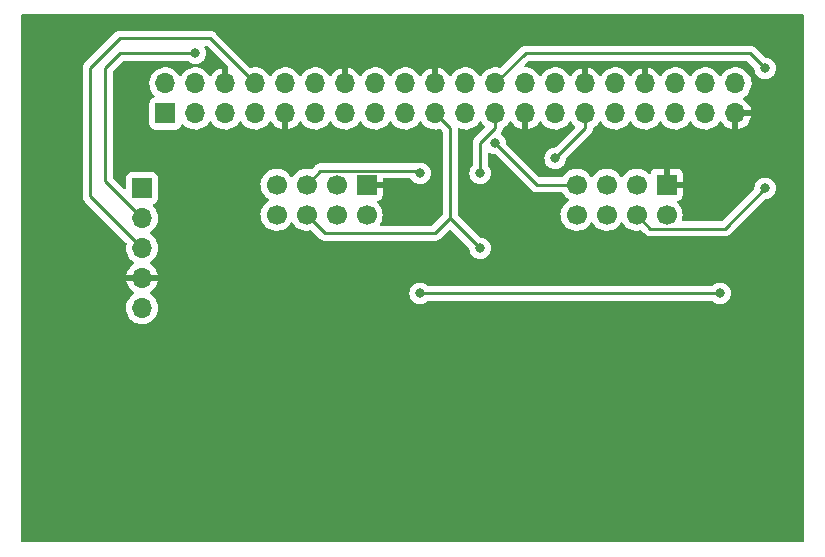
<source format=gbr>
%TF.GenerationSoftware,KiCad,Pcbnew,6.0.8-f2edbf62ab~116~ubuntu20.04.1*%
%TF.CreationDate,2022-11-10T01:37:22-08:00*%
%TF.ProjectId,parthiv_pcb,70617274-6869-4765-9f70-63622e6b6963,rev?*%
%TF.SameCoordinates,Original*%
%TF.FileFunction,Copper,L2,Bot*%
%TF.FilePolarity,Positive*%
%FSLAX46Y46*%
G04 Gerber Fmt 4.6, Leading zero omitted, Abs format (unit mm)*
G04 Created by KiCad (PCBNEW 6.0.8-f2edbf62ab~116~ubuntu20.04.1) date 2022-11-10 01:37:22*
%MOMM*%
%LPD*%
G01*
G04 APERTURE LIST*
%TA.AperFunction,ComponentPad*%
%ADD10R,1.700000X1.700000*%
%TD*%
%TA.AperFunction,ComponentPad*%
%ADD11C,1.700000*%
%TD*%
%TA.AperFunction,ComponentPad*%
%ADD12O,1.700000X1.700000*%
%TD*%
%TA.AperFunction,ViaPad*%
%ADD13C,0.800000*%
%TD*%
%TA.AperFunction,Conductor*%
%ADD14C,0.250000*%
%TD*%
G04 APERTURE END LIST*
D10*
%TO.P,U1,1,GND*%
%TO.N,GND*%
X119925000Y-75900000D03*
D11*
%TO.P,U1,2,VCC*%
%TO.N,+3V3*%
X119925000Y-78440000D03*
%TO.P,U1,3,CE*%
%TO.N,Net-(J2-Pad29)*%
X117385000Y-75900000D03*
%TO.P,U1,4,~{CSN}*%
%TO.N,Net-(J2-Pad26)*%
X117385000Y-78440000D03*
%TO.P,U1,5,SCK*%
%TO.N,Net-(J2-Pad23)*%
X114845000Y-75900000D03*
%TO.P,U1,6,MOSI*%
%TO.N,Net-(J2-Pad19)*%
X114845000Y-78440000D03*
%TO.P,U1,7,MISO*%
%TO.N,Net-(J2-Pad21)*%
X112305000Y-75900000D03*
%TO.P,U1,8,IRQ*%
%TO.N,unconnected-(U1-Pad8)*%
X112305000Y-78440000D03*
%TD*%
D10*
%TO.P,U2,1,GND*%
%TO.N,GND*%
X145325000Y-75900000D03*
D11*
%TO.P,U2,2,VCC*%
%TO.N,+3V3*%
X145325000Y-78440000D03*
%TO.P,U2,3,CE*%
%TO.N,Net-(J2-Pad31)*%
X142785000Y-75900000D03*
%TO.P,U2,4,~{CSN}*%
%TO.N,Net-(J2-Pad24)*%
X142785000Y-78440000D03*
%TO.P,U2,5,SCK*%
%TO.N,Net-(J2-Pad23)*%
X140245000Y-75900000D03*
%TO.P,U2,6,MOSI*%
%TO.N,Net-(J2-Pad19)*%
X140245000Y-78440000D03*
%TO.P,U2,7,MISO*%
%TO.N,Net-(J2-Pad21)*%
X137705000Y-75900000D03*
%TO.P,U2,8,IRQ*%
%TO.N,unconnected-(U2-Pad8)*%
X137705000Y-78440000D03*
%TD*%
D10*
%TO.P,J1,1,3V3*%
%TO.N,unconnected-(J1-Pad1)*%
X100920000Y-76180000D03*
D12*
%TO.P,J1,2,TX*%
%TO.N,Net-(J1-Pad2)*%
X100920000Y-78720000D03*
%TO.P,J1,3,RX*%
%TO.N,Net-(J1-Pad3)*%
X100920000Y-81260000D03*
%TO.P,J1,4,GND*%
%TO.N,GND*%
X100920000Y-83800000D03*
%TO.P,J1,5,5V*%
%TO.N,+5V*%
X100920000Y-86340000D03*
%TD*%
D10*
%TO.P,J2,1,3V3*%
%TO.N,+3V3*%
X102900000Y-69870000D03*
D12*
%TO.P,J2,2,5V*%
%TO.N,+5V*%
X102900000Y-67330000D03*
%TO.P,J2,3,SDA/GPIO2*%
%TO.N,unconnected-(J2-Pad3)*%
X105440000Y-69870000D03*
%TO.P,J2,4,5V*%
%TO.N,+5V*%
X105440000Y-67330000D03*
%TO.P,J2,5,SCL/GPIO3*%
%TO.N,unconnected-(J2-Pad5)*%
X107980000Y-69870000D03*
%TO.P,J2,6,GND*%
%TO.N,GND*%
X107980000Y-67330000D03*
%TO.P,J2,7,GCLK0/GPIO4*%
%TO.N,unconnected-(J2-Pad7)*%
X110520000Y-69870000D03*
%TO.P,J2,8,GPIO14/TXD*%
%TO.N,Net-(J1-Pad3)*%
X110520000Y-67330000D03*
%TO.P,J2,9,GND*%
%TO.N,GND*%
X113060000Y-69870000D03*
%TO.P,J2,10,GPIO15/RXD*%
%TO.N,Net-(J1-Pad2)*%
X113060000Y-67330000D03*
%TO.P,J2,11,GPIO17*%
%TO.N,unconnected-(J2-Pad11)*%
X115600000Y-69870000D03*
%TO.P,J2,12,GPIO18/PWM0*%
%TO.N,unconnected-(J2-Pad12)*%
X115600000Y-67330000D03*
%TO.P,J2,13,GPIO27*%
%TO.N,unconnected-(J2-Pad13)*%
X118140000Y-69870000D03*
%TO.P,J2,14,GND*%
%TO.N,GND*%
X118140000Y-67330000D03*
%TO.P,J2,15,GPIO22*%
%TO.N,unconnected-(J2-Pad15)*%
X120680000Y-69870000D03*
%TO.P,J2,16,GPIO23*%
%TO.N,unconnected-(J2-Pad16)*%
X120680000Y-67330000D03*
%TO.P,J2,17,3V3*%
%TO.N,+3V3*%
X123220000Y-69870000D03*
%TO.P,J2,18,GPIO24*%
%TO.N,unconnected-(J2-Pad18)*%
X123220000Y-67330000D03*
%TO.P,J2,19,MOSI0/GPIO10*%
%TO.N,Net-(J2-Pad19)*%
X125760000Y-69870000D03*
%TO.P,J2,20,GND*%
%TO.N,GND*%
X125760000Y-67330000D03*
%TO.P,J2,21,MISO0/GPIO9*%
%TO.N,Net-(J2-Pad21)*%
X128300000Y-69870000D03*
%TO.P,J2,22,GPIO25*%
%TO.N,unconnected-(J2-Pad22)*%
X128300000Y-67330000D03*
%TO.P,J2,23,SCLK0/GPIO11*%
%TO.N,Net-(J2-Pad23)*%
X130840000Y-69870000D03*
%TO.P,J2,24,~{CE0}/GPIO8*%
%TO.N,Net-(J2-Pad24)*%
X130840000Y-67330000D03*
%TO.P,J2,25,GND*%
%TO.N,GND*%
X133380000Y-69870000D03*
%TO.P,J2,26,~{CE1}/GPIO7*%
%TO.N,Net-(J2-Pad26)*%
X133380000Y-67330000D03*
%TO.P,J2,27,ID_SD/GPIO0*%
%TO.N,unconnected-(J2-Pad27)*%
X135920000Y-69870000D03*
%TO.P,J2,28,ID_SC/GPIO1*%
%TO.N,unconnected-(J2-Pad28)*%
X135920000Y-67330000D03*
%TO.P,J2,29,GCLK1/GPIO5*%
%TO.N,Net-(J2-Pad29)*%
X138460000Y-69870000D03*
%TO.P,J2,30,GND*%
%TO.N,GND*%
X138460000Y-67330000D03*
%TO.P,J2,31,GCLK2/GPIO6*%
%TO.N,Net-(J2-Pad31)*%
X141000000Y-69870000D03*
%TO.P,J2,32,PWM0/GPIO12*%
%TO.N,unconnected-(J2-Pad32)*%
X141000000Y-67330000D03*
%TO.P,J2,33,PWM1/GPIO13*%
%TO.N,unconnected-(J2-Pad33)*%
X143540000Y-69870000D03*
%TO.P,J2,34,GND*%
%TO.N,GND*%
X143540000Y-67330000D03*
%TO.P,J2,35,GPIO19/MISO1*%
%TO.N,unconnected-(J2-Pad35)*%
X146080000Y-69870000D03*
%TO.P,J2,36,GPIO16*%
%TO.N,unconnected-(J2-Pad36)*%
X146080000Y-67330000D03*
%TO.P,J2,37,GPIO26*%
%TO.N,unconnected-(J2-Pad37)*%
X148620000Y-69870000D03*
%TO.P,J2,38,GPIO20/MOSI1*%
%TO.N,unconnected-(J2-Pad38)*%
X148620000Y-67330000D03*
%TO.P,J2,39,GND*%
%TO.N,GND*%
X151160000Y-69870000D03*
%TO.P,J2,40,GPIO21/SCLK1*%
%TO.N,unconnected-(J2-Pad40)*%
X151160000Y-67330000D03*
%TD*%
D13*
%TO.N,Net-(J2-Pad26)*%
X149860000Y-85090000D03*
X124460000Y-85090000D03*
%TO.N,Net-(J2-Pad24)*%
X153670000Y-66040000D03*
X153670000Y-76200000D03*
%TO.N,Net-(J2-Pad23)*%
X129540000Y-74930000D03*
X124460000Y-74930000D03*
%TO.N,Net-(J2-Pad19)*%
X129540000Y-81280000D03*
%TO.N,Net-(J2-Pad21)*%
X130810000Y-72390000D03*
%TO.N,Net-(J2-Pad29)*%
X135890000Y-73660000D03*
%TO.N,GND*%
X154940000Y-78740000D03*
X129540000Y-78740000D03*
%TO.N,Net-(J1-Pad2)*%
X105410000Y-64770000D03*
%TD*%
D14*
%TO.N,Net-(J2-Pad23)*%
X114845000Y-75900000D02*
X116020000Y-74725000D01*
%TO.N,Net-(J2-Pad26)*%
X124460000Y-85090000D02*
X135890000Y-85090000D01*
X149860000Y-85090000D02*
X135890000Y-85090000D01*
%TO.N,Net-(J2-Pad24)*%
X153670000Y-66040000D02*
X152400000Y-64770000D01*
X152400000Y-64770000D02*
X133400000Y-64770000D01*
X133400000Y-64770000D02*
X130840000Y-67330000D01*
X142785000Y-78440000D02*
X143960000Y-79615000D01*
X143960000Y-79615000D02*
X150255000Y-79615000D01*
X150255000Y-79615000D02*
X153670000Y-76200000D01*
%TO.N,Net-(J2-Pad19)*%
X127000000Y-78740000D02*
X125730000Y-80010000D01*
X125730000Y-80010000D02*
X116415000Y-80010000D01*
X116415000Y-80010000D02*
X114845000Y-78440000D01*
X125760000Y-69870000D02*
X127000000Y-71110000D01*
X127000000Y-71110000D02*
X127000000Y-78740000D01*
X127000000Y-78740000D02*
X129540000Y-81280000D01*
%TO.N,Net-(J2-Pad23)*%
X129540000Y-72390000D02*
X130810000Y-71120000D01*
X129540000Y-74930000D02*
X129540000Y-72390000D01*
X116020000Y-74725000D02*
X124255000Y-74725000D01*
X130840000Y-69870000D02*
X130840000Y-71090000D01*
%TO.N,Net-(J2-Pad21)*%
X134320000Y-75900000D02*
X130810000Y-72390000D01*
X137705000Y-75900000D02*
X134320000Y-75900000D01*
%TO.N,Net-(J2-Pad29)*%
X135890000Y-73660000D02*
X138460000Y-71090000D01*
X138460000Y-71090000D02*
X138460000Y-69870000D01*
%TO.N,Net-(J1-Pad2)*%
X97790000Y-75590000D02*
X97790000Y-66040000D01*
X100920000Y-78720000D02*
X97790000Y-75590000D01*
X97790000Y-66040000D02*
X99060000Y-64770000D01*
X99060000Y-64770000D02*
X105410000Y-64770000D01*
%TO.N,Net-(J1-Pad3)*%
X96520000Y-76860000D02*
X96520000Y-66040000D01*
X100920000Y-81260000D02*
X96520000Y-76860000D01*
X99060000Y-63500000D02*
X106690000Y-63500000D01*
X96520000Y-66040000D02*
X99060000Y-63500000D01*
X106690000Y-63500000D02*
X110520000Y-67330000D01*
%TD*%
%TA.AperFunction,Conductor*%
%TO.N,GND*%
G36*
X156913621Y-61488502D02*
G01*
X156960114Y-61542158D01*
X156971500Y-61594500D01*
X156971500Y-106045500D01*
X156951498Y-106113621D01*
X156897842Y-106160114D01*
X156845500Y-106171500D01*
X90804500Y-106171500D01*
X90736379Y-106151498D01*
X90689886Y-106097842D01*
X90678500Y-106045500D01*
X90678500Y-86306695D01*
X99557251Y-86306695D01*
X99557548Y-86311848D01*
X99557548Y-86311851D01*
X99563011Y-86406590D01*
X99570110Y-86529715D01*
X99571247Y-86534761D01*
X99571248Y-86534767D01*
X99591119Y-86622939D01*
X99619222Y-86747639D01*
X99703266Y-86954616D01*
X99819987Y-87145088D01*
X99966250Y-87313938D01*
X100138126Y-87456632D01*
X100331000Y-87569338D01*
X100539692Y-87649030D01*
X100544760Y-87650061D01*
X100544763Y-87650062D01*
X100652017Y-87671883D01*
X100758597Y-87693567D01*
X100763772Y-87693757D01*
X100763774Y-87693757D01*
X100976673Y-87701564D01*
X100976677Y-87701564D01*
X100981837Y-87701753D01*
X100986957Y-87701097D01*
X100986959Y-87701097D01*
X101198288Y-87674025D01*
X101198289Y-87674025D01*
X101203416Y-87673368D01*
X101208366Y-87671883D01*
X101412429Y-87610661D01*
X101412434Y-87610659D01*
X101417384Y-87609174D01*
X101617994Y-87510896D01*
X101799860Y-87381173D01*
X101958096Y-87223489D01*
X102017594Y-87140689D01*
X102085435Y-87046277D01*
X102088453Y-87042077D01*
X102187430Y-86841811D01*
X102252370Y-86628069D01*
X102281529Y-86406590D01*
X102283156Y-86340000D01*
X102264852Y-86117361D01*
X102210431Y-85900702D01*
X102121354Y-85695840D01*
X102000014Y-85508277D01*
X101849670Y-85343051D01*
X101845619Y-85339852D01*
X101845615Y-85339848D01*
X101678414Y-85207800D01*
X101678410Y-85207798D01*
X101674359Y-85204598D01*
X101632569Y-85181529D01*
X101582598Y-85131097D01*
X101573856Y-85090000D01*
X123546496Y-85090000D01*
X123547186Y-85096565D01*
X123558541Y-85204598D01*
X123566458Y-85279928D01*
X123625473Y-85461556D01*
X123720960Y-85626944D01*
X123725378Y-85631851D01*
X123725379Y-85631852D01*
X123756738Y-85666680D01*
X123848747Y-85768866D01*
X123947843Y-85840864D01*
X123993860Y-85874297D01*
X124003248Y-85881118D01*
X124009276Y-85883802D01*
X124009278Y-85883803D01*
X124058505Y-85905720D01*
X124177712Y-85958794D01*
X124271112Y-85978647D01*
X124358056Y-85997128D01*
X124358061Y-85997128D01*
X124364513Y-85998500D01*
X124555487Y-85998500D01*
X124561939Y-85997128D01*
X124561944Y-85997128D01*
X124648888Y-85978647D01*
X124742288Y-85958794D01*
X124861495Y-85905720D01*
X124910722Y-85883803D01*
X124910724Y-85883802D01*
X124916752Y-85881118D01*
X124926141Y-85874297D01*
X125049671Y-85784546D01*
X125071253Y-85768866D01*
X125075668Y-85763963D01*
X125080580Y-85759540D01*
X125081705Y-85760789D01*
X125135014Y-85727949D01*
X125168200Y-85723500D01*
X149151800Y-85723500D01*
X149219921Y-85743502D01*
X149239147Y-85759843D01*
X149239420Y-85759540D01*
X149244332Y-85763963D01*
X149248747Y-85768866D01*
X149270329Y-85784546D01*
X149393860Y-85874297D01*
X149403248Y-85881118D01*
X149409276Y-85883802D01*
X149409278Y-85883803D01*
X149458505Y-85905720D01*
X149577712Y-85958794D01*
X149671112Y-85978647D01*
X149758056Y-85997128D01*
X149758061Y-85997128D01*
X149764513Y-85998500D01*
X149955487Y-85998500D01*
X149961939Y-85997128D01*
X149961944Y-85997128D01*
X150048887Y-85978647D01*
X150142288Y-85958794D01*
X150261495Y-85905720D01*
X150310722Y-85883803D01*
X150310724Y-85883802D01*
X150316752Y-85881118D01*
X150326141Y-85874297D01*
X150372157Y-85840864D01*
X150471253Y-85768866D01*
X150563262Y-85666680D01*
X150594621Y-85631852D01*
X150594622Y-85631851D01*
X150599040Y-85626944D01*
X150694527Y-85461556D01*
X150753542Y-85279928D01*
X150761460Y-85204598D01*
X150772814Y-85096565D01*
X150773504Y-85090000D01*
X150766364Y-85022069D01*
X150754232Y-84906635D01*
X150754232Y-84906633D01*
X150753542Y-84900072D01*
X150694527Y-84718444D01*
X150599040Y-84553056D01*
X150471253Y-84411134D01*
X150316752Y-84298882D01*
X150310724Y-84296198D01*
X150310722Y-84296197D01*
X150148319Y-84223891D01*
X150148318Y-84223891D01*
X150142288Y-84221206D01*
X150048888Y-84201353D01*
X149961944Y-84182872D01*
X149961939Y-84182872D01*
X149955487Y-84181500D01*
X149764513Y-84181500D01*
X149758061Y-84182872D01*
X149758056Y-84182872D01*
X149671112Y-84201353D01*
X149577712Y-84221206D01*
X149571682Y-84223891D01*
X149571681Y-84223891D01*
X149409278Y-84296197D01*
X149409276Y-84296198D01*
X149403248Y-84298882D01*
X149248747Y-84411134D01*
X149244332Y-84416037D01*
X149239420Y-84420460D01*
X149238295Y-84419211D01*
X149184986Y-84452051D01*
X149151800Y-84456500D01*
X125168200Y-84456500D01*
X125100079Y-84436498D01*
X125080853Y-84420157D01*
X125080580Y-84420460D01*
X125075668Y-84416037D01*
X125071253Y-84411134D01*
X124916752Y-84298882D01*
X124910724Y-84296198D01*
X124910722Y-84296197D01*
X124748319Y-84223891D01*
X124748318Y-84223891D01*
X124742288Y-84221206D01*
X124648888Y-84201353D01*
X124561944Y-84182872D01*
X124561939Y-84182872D01*
X124555487Y-84181500D01*
X124364513Y-84181500D01*
X124358061Y-84182872D01*
X124358056Y-84182872D01*
X124271112Y-84201353D01*
X124177712Y-84221206D01*
X124171682Y-84223891D01*
X124171681Y-84223891D01*
X124009278Y-84296197D01*
X124009276Y-84296198D01*
X124003248Y-84298882D01*
X123848747Y-84411134D01*
X123720960Y-84553056D01*
X123625473Y-84718444D01*
X123566458Y-84900072D01*
X123565768Y-84906633D01*
X123565768Y-84906635D01*
X123553636Y-85022069D01*
X123546496Y-85090000D01*
X101573856Y-85090000D01*
X101567826Y-85061654D01*
X101592942Y-84995248D01*
X101620294Y-84968641D01*
X101795328Y-84843792D01*
X101803200Y-84837139D01*
X101954052Y-84686812D01*
X101960730Y-84678965D01*
X102085003Y-84506020D01*
X102090313Y-84497183D01*
X102184670Y-84306267D01*
X102188469Y-84296672D01*
X102250377Y-84092910D01*
X102252555Y-84082837D01*
X102253986Y-84071962D01*
X102251775Y-84057778D01*
X102238617Y-84054000D01*
X99603225Y-84054000D01*
X99589694Y-84057973D01*
X99588257Y-84067966D01*
X99618565Y-84202446D01*
X99621645Y-84212275D01*
X99701770Y-84409603D01*
X99706413Y-84418794D01*
X99817694Y-84600388D01*
X99823777Y-84608699D01*
X99963213Y-84769667D01*
X99970580Y-84776883D01*
X100134434Y-84912916D01*
X100142881Y-84918831D01*
X100211969Y-84959203D01*
X100260693Y-85010842D01*
X100273764Y-85080625D01*
X100247033Y-85146396D01*
X100206584Y-85179752D01*
X100193607Y-85186507D01*
X100189474Y-85189610D01*
X100189471Y-85189612D01*
X100060820Y-85286206D01*
X100014965Y-85320635D01*
X100011393Y-85324373D01*
X99874829Y-85467279D01*
X99860629Y-85482138D01*
X99734743Y-85666680D01*
X99640688Y-85869305D01*
X99580989Y-86084570D01*
X99557251Y-86306695D01*
X90678500Y-86306695D01*
X90678500Y-66019943D01*
X95881780Y-66019943D01*
X95882526Y-66027835D01*
X95885941Y-66063961D01*
X95886500Y-66075819D01*
X95886500Y-76781233D01*
X95885973Y-76792416D01*
X95884298Y-76799909D01*
X95884547Y-76807835D01*
X95884547Y-76807836D01*
X95886438Y-76867986D01*
X95886500Y-76871945D01*
X95886500Y-76899856D01*
X95886997Y-76903790D01*
X95886997Y-76903791D01*
X95887005Y-76903856D01*
X95887938Y-76915693D01*
X95889327Y-76959889D01*
X95894978Y-76979339D01*
X95898987Y-76998700D01*
X95901526Y-77018797D01*
X95904445Y-77026168D01*
X95904445Y-77026170D01*
X95917804Y-77059912D01*
X95921649Y-77071142D01*
X95924667Y-77081531D01*
X95933982Y-77113593D01*
X95938015Y-77120412D01*
X95938017Y-77120417D01*
X95944293Y-77131028D01*
X95952988Y-77148776D01*
X95960448Y-77167617D01*
X95965110Y-77174033D01*
X95965110Y-77174034D01*
X95986436Y-77203387D01*
X95992952Y-77213307D01*
X96015458Y-77251362D01*
X96029779Y-77265683D01*
X96042619Y-77280716D01*
X96054528Y-77297107D01*
X96060634Y-77302158D01*
X96088605Y-77325298D01*
X96097384Y-77333288D01*
X99569778Y-80805682D01*
X99603804Y-80867994D01*
X99602100Y-80928448D01*
X99580989Y-81004570D01*
X99580441Y-81009700D01*
X99580440Y-81009704D01*
X99571852Y-81090072D01*
X99557251Y-81226695D01*
X99557548Y-81231848D01*
X99557548Y-81231851D01*
X99563011Y-81326590D01*
X99570110Y-81449715D01*
X99571247Y-81454761D01*
X99571248Y-81454767D01*
X99573186Y-81463365D01*
X99619222Y-81667639D01*
X99703266Y-81874616D01*
X99819987Y-82065088D01*
X99966250Y-82233938D01*
X100138126Y-82376632D01*
X100211955Y-82419774D01*
X100260679Y-82471412D01*
X100273750Y-82541195D01*
X100247019Y-82606967D01*
X100206562Y-82640327D01*
X100198457Y-82644546D01*
X100189738Y-82650036D01*
X100019433Y-82777905D01*
X100011726Y-82784748D01*
X99864590Y-82938717D01*
X99858104Y-82946727D01*
X99738098Y-83122649D01*
X99733000Y-83131623D01*
X99643338Y-83324783D01*
X99639775Y-83334470D01*
X99584389Y-83534183D01*
X99585912Y-83542607D01*
X99598292Y-83546000D01*
X102238344Y-83546000D01*
X102251875Y-83542027D01*
X102253180Y-83532947D01*
X102211214Y-83365875D01*
X102207894Y-83356124D01*
X102122972Y-83160814D01*
X102118105Y-83151739D01*
X102002426Y-82972926D01*
X101996136Y-82964757D01*
X101852806Y-82807240D01*
X101845273Y-82800215D01*
X101678139Y-82668222D01*
X101669556Y-82662520D01*
X101632602Y-82642120D01*
X101582631Y-82591687D01*
X101567859Y-82522245D01*
X101592975Y-82455839D01*
X101620327Y-82429232D01*
X101643797Y-82412491D01*
X101799860Y-82301173D01*
X101958096Y-82143489D01*
X102017594Y-82060689D01*
X102085435Y-81966277D01*
X102088453Y-81962077D01*
X102187430Y-81761811D01*
X102252370Y-81548069D01*
X102281529Y-81326590D01*
X102282507Y-81286565D01*
X102283074Y-81263365D01*
X102283074Y-81263361D01*
X102283156Y-81260000D01*
X102264852Y-81037361D01*
X102210431Y-80820702D01*
X102121354Y-80615840D01*
X102000014Y-80428277D01*
X101849670Y-80263051D01*
X101845619Y-80259852D01*
X101845615Y-80259848D01*
X101678414Y-80127800D01*
X101678410Y-80127798D01*
X101674359Y-80124598D01*
X101633053Y-80101796D01*
X101583084Y-80051364D01*
X101568312Y-79981921D01*
X101593428Y-79915516D01*
X101620780Y-79888909D01*
X101664603Y-79857650D01*
X101799860Y-79761173D01*
X101958096Y-79603489D01*
X102045989Y-79481173D01*
X102085435Y-79426277D01*
X102088453Y-79422077D01*
X102094407Y-79410031D01*
X102185136Y-79226453D01*
X102185137Y-79226451D01*
X102187430Y-79221811D01*
X102239682Y-79049829D01*
X102250865Y-79013023D01*
X102250865Y-79013021D01*
X102252370Y-79008069D01*
X102281529Y-78786590D01*
X102283156Y-78720000D01*
X102264852Y-78497361D01*
X102210431Y-78280702D01*
X102121354Y-78075840D01*
X102055663Y-77974297D01*
X102002822Y-77892617D01*
X102002820Y-77892614D01*
X102000014Y-77888277D01*
X101915903Y-77795840D01*
X101852798Y-77726488D01*
X101821746Y-77662642D01*
X101830141Y-77592143D01*
X101875317Y-77537375D01*
X101901761Y-77523706D01*
X102008297Y-77483767D01*
X102016705Y-77480615D01*
X102133261Y-77393261D01*
X102220615Y-77276705D01*
X102271745Y-77140316D01*
X102278500Y-77078134D01*
X102278500Y-75281866D01*
X102271745Y-75219684D01*
X102220615Y-75083295D01*
X102133261Y-74966739D01*
X102016705Y-74879385D01*
X101880316Y-74828255D01*
X101818134Y-74821500D01*
X100021866Y-74821500D01*
X99959684Y-74828255D01*
X99823295Y-74879385D01*
X99706739Y-74966739D01*
X99619385Y-75083295D01*
X99568255Y-75219684D01*
X99561500Y-75281866D01*
X99561500Y-76161405D01*
X99541498Y-76229526D01*
X99487842Y-76276019D01*
X99417568Y-76286123D01*
X99352988Y-76256629D01*
X99346405Y-76250500D01*
X98460405Y-75364500D01*
X98426379Y-75302188D01*
X98423500Y-75275405D01*
X98423500Y-66354594D01*
X98443502Y-66286473D01*
X98460405Y-66265499D01*
X99285499Y-65440405D01*
X99347811Y-65406379D01*
X99374594Y-65403500D01*
X104701800Y-65403500D01*
X104769921Y-65423502D01*
X104789147Y-65439843D01*
X104789420Y-65439540D01*
X104794332Y-65443963D01*
X104798747Y-65448866D01*
X104820329Y-65464546D01*
X104935193Y-65548000D01*
X104953248Y-65561118D01*
X104959276Y-65563802D01*
X104959278Y-65563803D01*
X105121681Y-65636109D01*
X105127712Y-65638794D01*
X105221112Y-65658647D01*
X105308056Y-65677128D01*
X105308061Y-65677128D01*
X105314513Y-65678500D01*
X105505487Y-65678500D01*
X105511939Y-65677128D01*
X105511944Y-65677128D01*
X105598888Y-65658647D01*
X105692288Y-65638794D01*
X105698319Y-65636109D01*
X105860722Y-65563803D01*
X105860724Y-65563802D01*
X105866752Y-65561118D01*
X105884808Y-65548000D01*
X105953422Y-65498148D01*
X106021253Y-65448866D01*
X106044091Y-65423502D01*
X106144621Y-65311852D01*
X106144622Y-65311851D01*
X106149040Y-65306944D01*
X106244527Y-65141556D01*
X106303542Y-64959928D01*
X106323504Y-64770000D01*
X106303542Y-64580072D01*
X106244527Y-64398444D01*
X106220921Y-64357557D01*
X106200681Y-64322500D01*
X106183943Y-64253504D01*
X106207164Y-64186413D01*
X106262971Y-64142526D01*
X106309800Y-64133500D01*
X106375406Y-64133500D01*
X106443527Y-64153502D01*
X106464501Y-64170405D01*
X108197976Y-65903880D01*
X108232001Y-65966191D01*
X108230694Y-65995795D01*
X108234000Y-65995795D01*
X108234000Y-67458000D01*
X108213998Y-67526121D01*
X108160342Y-67572614D01*
X108108000Y-67584000D01*
X107852000Y-67584000D01*
X107783879Y-67563998D01*
X107737386Y-67510342D01*
X107726000Y-67458000D01*
X107726000Y-66013102D01*
X107722082Y-65999758D01*
X107707806Y-65997771D01*
X107669324Y-66003660D01*
X107659288Y-66006051D01*
X107456868Y-66072212D01*
X107447359Y-66076209D01*
X107258463Y-66174542D01*
X107249738Y-66180036D01*
X107079433Y-66307905D01*
X107071726Y-66314748D01*
X106924590Y-66468717D01*
X106918109Y-66476722D01*
X106813498Y-66630074D01*
X106758587Y-66675076D01*
X106688062Y-66683247D01*
X106624315Y-66651993D01*
X106603618Y-66627509D01*
X106522822Y-66502617D01*
X106522820Y-66502614D01*
X106520014Y-66498277D01*
X106369670Y-66333051D01*
X106365619Y-66329852D01*
X106365615Y-66329848D01*
X106198414Y-66197800D01*
X106198410Y-66197798D01*
X106194359Y-66194598D01*
X106158028Y-66174542D01*
X106142136Y-66165769D01*
X105998789Y-66086638D01*
X105993920Y-66084914D01*
X105993916Y-66084912D01*
X105793087Y-66013795D01*
X105793083Y-66013794D01*
X105788212Y-66012069D01*
X105783119Y-66011162D01*
X105783116Y-66011161D01*
X105573373Y-65973800D01*
X105573367Y-65973799D01*
X105568284Y-65972894D01*
X105494452Y-65971992D01*
X105350081Y-65970228D01*
X105350079Y-65970228D01*
X105344911Y-65970165D01*
X105124091Y-66003955D01*
X104911756Y-66073357D01*
X104713607Y-66176507D01*
X104709474Y-66179610D01*
X104709471Y-66179612D01*
X104539100Y-66307530D01*
X104534965Y-66310635D01*
X104531393Y-66314373D01*
X104433054Y-66417279D01*
X104380629Y-66472138D01*
X104273201Y-66629621D01*
X104218293Y-66674621D01*
X104147768Y-66682792D01*
X104084021Y-66651538D01*
X104063324Y-66627054D01*
X103982822Y-66502617D01*
X103982820Y-66502614D01*
X103980014Y-66498277D01*
X103829670Y-66333051D01*
X103825619Y-66329852D01*
X103825615Y-66329848D01*
X103658414Y-66197800D01*
X103658410Y-66197798D01*
X103654359Y-66194598D01*
X103618028Y-66174542D01*
X103602136Y-66165769D01*
X103458789Y-66086638D01*
X103453920Y-66084914D01*
X103453916Y-66084912D01*
X103253087Y-66013795D01*
X103253083Y-66013794D01*
X103248212Y-66012069D01*
X103243119Y-66011162D01*
X103243116Y-66011161D01*
X103033373Y-65973800D01*
X103033367Y-65973799D01*
X103028284Y-65972894D01*
X102954452Y-65971992D01*
X102810081Y-65970228D01*
X102810079Y-65970228D01*
X102804911Y-65970165D01*
X102584091Y-66003955D01*
X102371756Y-66073357D01*
X102173607Y-66176507D01*
X102169474Y-66179610D01*
X102169471Y-66179612D01*
X101999100Y-66307530D01*
X101994965Y-66310635D01*
X101991393Y-66314373D01*
X101893054Y-66417279D01*
X101840629Y-66472138D01*
X101714743Y-66656680D01*
X101699003Y-66690590D01*
X101632526Y-66833803D01*
X101620688Y-66859305D01*
X101560989Y-67074570D01*
X101537251Y-67296695D01*
X101537548Y-67301848D01*
X101537548Y-67301851D01*
X101543011Y-67396590D01*
X101550110Y-67519715D01*
X101551247Y-67524761D01*
X101551248Y-67524767D01*
X101562031Y-67572614D01*
X101599222Y-67737639D01*
X101683266Y-67944616D01*
X101734019Y-68027438D01*
X101797291Y-68130688D01*
X101799987Y-68135088D01*
X101946250Y-68303938D01*
X101950230Y-68307242D01*
X101954981Y-68311187D01*
X101994616Y-68370090D01*
X101996113Y-68441071D01*
X101958997Y-68501593D01*
X101918725Y-68526112D01*
X101877913Y-68541412D01*
X101803295Y-68569385D01*
X101686739Y-68656739D01*
X101599385Y-68773295D01*
X101548255Y-68909684D01*
X101541500Y-68971866D01*
X101541500Y-70768134D01*
X101548255Y-70830316D01*
X101599385Y-70966705D01*
X101686739Y-71083261D01*
X101803295Y-71170615D01*
X101939684Y-71221745D01*
X102001866Y-71228500D01*
X103798134Y-71228500D01*
X103860316Y-71221745D01*
X103996705Y-71170615D01*
X104113261Y-71083261D01*
X104200615Y-70966705D01*
X104222799Y-70907529D01*
X104244598Y-70849382D01*
X104287240Y-70792618D01*
X104353802Y-70767918D01*
X104423150Y-70783126D01*
X104457817Y-70811114D01*
X104486250Y-70843938D01*
X104658126Y-70986632D01*
X104851000Y-71099338D01*
X105059692Y-71179030D01*
X105064760Y-71180061D01*
X105064763Y-71180062D01*
X105159862Y-71199410D01*
X105278597Y-71223567D01*
X105283772Y-71223757D01*
X105283774Y-71223757D01*
X105496673Y-71231564D01*
X105496677Y-71231564D01*
X105501837Y-71231753D01*
X105506957Y-71231097D01*
X105506959Y-71231097D01*
X105718288Y-71204025D01*
X105718289Y-71204025D01*
X105723416Y-71203368D01*
X105728376Y-71201880D01*
X105932429Y-71140661D01*
X105932434Y-71140659D01*
X105937384Y-71139174D01*
X106137994Y-71040896D01*
X106319860Y-70911173D01*
X106478096Y-70753489D01*
X106608453Y-70572077D01*
X106609776Y-70573028D01*
X106656645Y-70529857D01*
X106726580Y-70517625D01*
X106792026Y-70545144D01*
X106819875Y-70576994D01*
X106879987Y-70675088D01*
X107026250Y-70843938D01*
X107198126Y-70986632D01*
X107391000Y-71099338D01*
X107599692Y-71179030D01*
X107604760Y-71180061D01*
X107604763Y-71180062D01*
X107699862Y-71199410D01*
X107818597Y-71223567D01*
X107823772Y-71223757D01*
X107823774Y-71223757D01*
X108036673Y-71231564D01*
X108036677Y-71231564D01*
X108041837Y-71231753D01*
X108046957Y-71231097D01*
X108046959Y-71231097D01*
X108258288Y-71204025D01*
X108258289Y-71204025D01*
X108263416Y-71203368D01*
X108268376Y-71201880D01*
X108472429Y-71140661D01*
X108472434Y-71140659D01*
X108477384Y-71139174D01*
X108677994Y-71040896D01*
X108859860Y-70911173D01*
X109018096Y-70753489D01*
X109148453Y-70572077D01*
X109149776Y-70573028D01*
X109196645Y-70529857D01*
X109266580Y-70517625D01*
X109332026Y-70545144D01*
X109359875Y-70576994D01*
X109419987Y-70675088D01*
X109566250Y-70843938D01*
X109738126Y-70986632D01*
X109931000Y-71099338D01*
X110139692Y-71179030D01*
X110144760Y-71180061D01*
X110144763Y-71180062D01*
X110239862Y-71199410D01*
X110358597Y-71223567D01*
X110363772Y-71223757D01*
X110363774Y-71223757D01*
X110576673Y-71231564D01*
X110576677Y-71231564D01*
X110581837Y-71231753D01*
X110586957Y-71231097D01*
X110586959Y-71231097D01*
X110798288Y-71204025D01*
X110798289Y-71204025D01*
X110803416Y-71203368D01*
X110808376Y-71201880D01*
X111012429Y-71140661D01*
X111012434Y-71140659D01*
X111017384Y-71139174D01*
X111217994Y-71040896D01*
X111399860Y-70911173D01*
X111558096Y-70753489D01*
X111688453Y-70572077D01*
X111689640Y-70572930D01*
X111736960Y-70529362D01*
X111806897Y-70517145D01*
X111872338Y-70544678D01*
X111900166Y-70576511D01*
X111957694Y-70670388D01*
X111963777Y-70678699D01*
X112103213Y-70839667D01*
X112110580Y-70846883D01*
X112274434Y-70982916D01*
X112282881Y-70988831D01*
X112466756Y-71096279D01*
X112476042Y-71100729D01*
X112675001Y-71176703D01*
X112684899Y-71179579D01*
X112788250Y-71200606D01*
X112802299Y-71199410D01*
X112806000Y-71189065D01*
X112806000Y-69742000D01*
X112826002Y-69673879D01*
X112879658Y-69627386D01*
X112932000Y-69616000D01*
X113188000Y-69616000D01*
X113256121Y-69636002D01*
X113302614Y-69689658D01*
X113314000Y-69742000D01*
X113314000Y-71188517D01*
X113318064Y-71202359D01*
X113331478Y-71204393D01*
X113338184Y-71203534D01*
X113348262Y-71201392D01*
X113552255Y-71140191D01*
X113561842Y-71136433D01*
X113753095Y-71042739D01*
X113761945Y-71037464D01*
X113935328Y-70913792D01*
X113943200Y-70907139D01*
X114094052Y-70756812D01*
X114100730Y-70748965D01*
X114228022Y-70571819D01*
X114229279Y-70572722D01*
X114276373Y-70529362D01*
X114346311Y-70517145D01*
X114411751Y-70544678D01*
X114439579Y-70576511D01*
X114499987Y-70675088D01*
X114646250Y-70843938D01*
X114818126Y-70986632D01*
X115011000Y-71099338D01*
X115219692Y-71179030D01*
X115224760Y-71180061D01*
X115224763Y-71180062D01*
X115319862Y-71199410D01*
X115438597Y-71223567D01*
X115443772Y-71223757D01*
X115443774Y-71223757D01*
X115656673Y-71231564D01*
X115656677Y-71231564D01*
X115661837Y-71231753D01*
X115666957Y-71231097D01*
X115666959Y-71231097D01*
X115878288Y-71204025D01*
X115878289Y-71204025D01*
X115883416Y-71203368D01*
X115888376Y-71201880D01*
X116092429Y-71140661D01*
X116092434Y-71140659D01*
X116097384Y-71139174D01*
X116297994Y-71040896D01*
X116479860Y-70911173D01*
X116638096Y-70753489D01*
X116768453Y-70572077D01*
X116769776Y-70573028D01*
X116816645Y-70529857D01*
X116886580Y-70517625D01*
X116952026Y-70545144D01*
X116979875Y-70576994D01*
X117039987Y-70675088D01*
X117186250Y-70843938D01*
X117358126Y-70986632D01*
X117551000Y-71099338D01*
X117759692Y-71179030D01*
X117764760Y-71180061D01*
X117764763Y-71180062D01*
X117859862Y-71199410D01*
X117978597Y-71223567D01*
X117983772Y-71223757D01*
X117983774Y-71223757D01*
X118196673Y-71231564D01*
X118196677Y-71231564D01*
X118201837Y-71231753D01*
X118206957Y-71231097D01*
X118206959Y-71231097D01*
X118418288Y-71204025D01*
X118418289Y-71204025D01*
X118423416Y-71203368D01*
X118428376Y-71201880D01*
X118632429Y-71140661D01*
X118632434Y-71140659D01*
X118637384Y-71139174D01*
X118837994Y-71040896D01*
X119019860Y-70911173D01*
X119178096Y-70753489D01*
X119308453Y-70572077D01*
X119309776Y-70573028D01*
X119356645Y-70529857D01*
X119426580Y-70517625D01*
X119492026Y-70545144D01*
X119519875Y-70576994D01*
X119579987Y-70675088D01*
X119726250Y-70843938D01*
X119898126Y-70986632D01*
X120091000Y-71099338D01*
X120299692Y-71179030D01*
X120304760Y-71180061D01*
X120304763Y-71180062D01*
X120399862Y-71199410D01*
X120518597Y-71223567D01*
X120523772Y-71223757D01*
X120523774Y-71223757D01*
X120736673Y-71231564D01*
X120736677Y-71231564D01*
X120741837Y-71231753D01*
X120746957Y-71231097D01*
X120746959Y-71231097D01*
X120958288Y-71204025D01*
X120958289Y-71204025D01*
X120963416Y-71203368D01*
X120968376Y-71201880D01*
X121172429Y-71140661D01*
X121172434Y-71140659D01*
X121177384Y-71139174D01*
X121377994Y-71040896D01*
X121559860Y-70911173D01*
X121718096Y-70753489D01*
X121848453Y-70572077D01*
X121849776Y-70573028D01*
X121896645Y-70529857D01*
X121966580Y-70517625D01*
X122032026Y-70545144D01*
X122059875Y-70576994D01*
X122119987Y-70675088D01*
X122266250Y-70843938D01*
X122438126Y-70986632D01*
X122631000Y-71099338D01*
X122839692Y-71179030D01*
X122844760Y-71180061D01*
X122844763Y-71180062D01*
X122939862Y-71199410D01*
X123058597Y-71223567D01*
X123063772Y-71223757D01*
X123063774Y-71223757D01*
X123276673Y-71231564D01*
X123276677Y-71231564D01*
X123281837Y-71231753D01*
X123286957Y-71231097D01*
X123286959Y-71231097D01*
X123498288Y-71204025D01*
X123498289Y-71204025D01*
X123503416Y-71203368D01*
X123508376Y-71201880D01*
X123712429Y-71140661D01*
X123712434Y-71140659D01*
X123717384Y-71139174D01*
X123917994Y-71040896D01*
X124099860Y-70911173D01*
X124258096Y-70753489D01*
X124388453Y-70572077D01*
X124389776Y-70573028D01*
X124436645Y-70529857D01*
X124506580Y-70517625D01*
X124572026Y-70545144D01*
X124599875Y-70576994D01*
X124659987Y-70675088D01*
X124806250Y-70843938D01*
X124978126Y-70986632D01*
X125171000Y-71099338D01*
X125379692Y-71179030D01*
X125384760Y-71180061D01*
X125384763Y-71180062D01*
X125479862Y-71199410D01*
X125598597Y-71223567D01*
X125603772Y-71223757D01*
X125603774Y-71223757D01*
X125816673Y-71231564D01*
X125816677Y-71231564D01*
X125821837Y-71231753D01*
X125826957Y-71231097D01*
X125826959Y-71231097D01*
X125905512Y-71221034D01*
X126043416Y-71203368D01*
X126089826Y-71189444D01*
X126160821Y-71189026D01*
X126215129Y-71221034D01*
X126329595Y-71335500D01*
X126363621Y-71397812D01*
X126366500Y-71424595D01*
X126366500Y-78425405D01*
X126346498Y-78493526D01*
X126329595Y-78514500D01*
X125504500Y-79339595D01*
X125442188Y-79373621D01*
X125415405Y-79376500D01*
X121170700Y-79376500D01*
X121102579Y-79356498D01*
X121056086Y-79302842D01*
X121045982Y-79232568D01*
X121068377Y-79176974D01*
X121093453Y-79142077D01*
X121114320Y-79099857D01*
X121190136Y-78946453D01*
X121190137Y-78946451D01*
X121192430Y-78941811D01*
X121257370Y-78728069D01*
X121286529Y-78506590D01*
X121286611Y-78503240D01*
X121288074Y-78443365D01*
X121288074Y-78443361D01*
X121288156Y-78440000D01*
X121269852Y-78217361D01*
X121215431Y-78000702D01*
X121126354Y-77795840D01*
X121079265Y-77723051D01*
X121007822Y-77612617D01*
X121007820Y-77612614D01*
X121005014Y-77608277D01*
X121001538Y-77604457D01*
X121001533Y-77604450D01*
X120857435Y-77446088D01*
X120826383Y-77382242D01*
X120834779Y-77311744D01*
X120879956Y-77256976D01*
X120906400Y-77243307D01*
X121013052Y-77203325D01*
X121028649Y-77194786D01*
X121130724Y-77118285D01*
X121143285Y-77105724D01*
X121219786Y-77003649D01*
X121228324Y-76988054D01*
X121273478Y-76867606D01*
X121277105Y-76852351D01*
X121282631Y-76801486D01*
X121283000Y-76794672D01*
X121283000Y-76172115D01*
X121278525Y-76156876D01*
X121277135Y-76155671D01*
X121269452Y-76154000D01*
X119797000Y-76154000D01*
X119728879Y-76133998D01*
X119682386Y-76080342D01*
X119671000Y-76028000D01*
X119671000Y-75772000D01*
X119691002Y-75703879D01*
X119744658Y-75657386D01*
X119797000Y-75646000D01*
X121264884Y-75646000D01*
X121280123Y-75641525D01*
X121281328Y-75640135D01*
X121282999Y-75632452D01*
X121282999Y-75484500D01*
X121303001Y-75416379D01*
X121356657Y-75369886D01*
X121408999Y-75358500D01*
X123585604Y-75358500D01*
X123653725Y-75378502D01*
X123694723Y-75421500D01*
X123720960Y-75466944D01*
X123725378Y-75471851D01*
X123725379Y-75471852D01*
X123768784Y-75520058D01*
X123848747Y-75608866D01*
X123904960Y-75649707D01*
X123979521Y-75703879D01*
X124003248Y-75721118D01*
X124009276Y-75723802D01*
X124009278Y-75723803D01*
X124171681Y-75796109D01*
X124177712Y-75798794D01*
X124271112Y-75818647D01*
X124358056Y-75837128D01*
X124358061Y-75837128D01*
X124364513Y-75838500D01*
X124555487Y-75838500D01*
X124561939Y-75837128D01*
X124561944Y-75837128D01*
X124648888Y-75818647D01*
X124742288Y-75798794D01*
X124748319Y-75796109D01*
X124910722Y-75723803D01*
X124910724Y-75723802D01*
X124916752Y-75721118D01*
X124940480Y-75703879D01*
X125015040Y-75649707D01*
X125071253Y-75608866D01*
X125151216Y-75520058D01*
X125194621Y-75471852D01*
X125194622Y-75471851D01*
X125199040Y-75466944D01*
X125294527Y-75301556D01*
X125353542Y-75119928D01*
X125365587Y-75005331D01*
X125372814Y-74936565D01*
X125373504Y-74930000D01*
X125368750Y-74884771D01*
X125354232Y-74746635D01*
X125354232Y-74746633D01*
X125353542Y-74740072D01*
X125294527Y-74558444D01*
X125285999Y-74543672D01*
X125202341Y-74398774D01*
X125199040Y-74393056D01*
X125153744Y-74342749D01*
X125075675Y-74256045D01*
X125075674Y-74256044D01*
X125071253Y-74251134D01*
X124972157Y-74179136D01*
X124922094Y-74142763D01*
X124922093Y-74142762D01*
X124916752Y-74138882D01*
X124910724Y-74136198D01*
X124910722Y-74136197D01*
X124748319Y-74063891D01*
X124748318Y-74063891D01*
X124742288Y-74061206D01*
X124629721Y-74037279D01*
X124561944Y-74022872D01*
X124561939Y-74022872D01*
X124555487Y-74021500D01*
X124364513Y-74021500D01*
X124358061Y-74022872D01*
X124358056Y-74022872D01*
X124219340Y-74052358D01*
X124177712Y-74061206D01*
X124171679Y-74063892D01*
X124171676Y-74063893D01*
X124134136Y-74080607D01*
X124082888Y-74091500D01*
X116098767Y-74091500D01*
X116087584Y-74090973D01*
X116080091Y-74089298D01*
X116072165Y-74089547D01*
X116072164Y-74089547D01*
X116012001Y-74091438D01*
X116008043Y-74091500D01*
X115980144Y-74091500D01*
X115976154Y-74092004D01*
X115964320Y-74092936D01*
X115920111Y-74094326D01*
X115912497Y-74096538D01*
X115912492Y-74096539D01*
X115900659Y-74099977D01*
X115881296Y-74103988D01*
X115861203Y-74106526D01*
X115853836Y-74109443D01*
X115853831Y-74109444D01*
X115820092Y-74122802D01*
X115808865Y-74126646D01*
X115766407Y-74138982D01*
X115759581Y-74143019D01*
X115748972Y-74149293D01*
X115731224Y-74157988D01*
X115712383Y-74165448D01*
X115705967Y-74170110D01*
X115705966Y-74170110D01*
X115676613Y-74191436D01*
X115666693Y-74197952D01*
X115635465Y-74216420D01*
X115635462Y-74216422D01*
X115628638Y-74220458D01*
X115614317Y-74234779D01*
X115599284Y-74247619D01*
X115582893Y-74259528D01*
X115577843Y-74265632D01*
X115577838Y-74265637D01*
X115554707Y-74293598D01*
X115546717Y-74302379D01*
X115302344Y-74546751D01*
X115240032Y-74580776D01*
X115191153Y-74581702D01*
X114978373Y-74543800D01*
X114978367Y-74543799D01*
X114973284Y-74542894D01*
X114899452Y-74541992D01*
X114755081Y-74540228D01*
X114755079Y-74540228D01*
X114749911Y-74540165D01*
X114529091Y-74573955D01*
X114316756Y-74643357D01*
X114286443Y-74659137D01*
X114130969Y-74740072D01*
X114118607Y-74746507D01*
X114114474Y-74749610D01*
X114114471Y-74749612D01*
X113944100Y-74877530D01*
X113939965Y-74880635D01*
X113785629Y-75042138D01*
X113678201Y-75199621D01*
X113623293Y-75244621D01*
X113552768Y-75252792D01*
X113489021Y-75221538D01*
X113468324Y-75197054D01*
X113387822Y-75072617D01*
X113387820Y-75072614D01*
X113385014Y-75068277D01*
X113234670Y-74903051D01*
X113230619Y-74899852D01*
X113230615Y-74899848D01*
X113063414Y-74767800D01*
X113063410Y-74767798D01*
X113059359Y-74764598D01*
X112863789Y-74656638D01*
X112858920Y-74654914D01*
X112858916Y-74654912D01*
X112658087Y-74583795D01*
X112658083Y-74583794D01*
X112653212Y-74582069D01*
X112648119Y-74581162D01*
X112648116Y-74581161D01*
X112438373Y-74543800D01*
X112438367Y-74543799D01*
X112433284Y-74542894D01*
X112359452Y-74541992D01*
X112215081Y-74540228D01*
X112215079Y-74540228D01*
X112209911Y-74540165D01*
X111989091Y-74573955D01*
X111776756Y-74643357D01*
X111746443Y-74659137D01*
X111590969Y-74740072D01*
X111578607Y-74746507D01*
X111574474Y-74749610D01*
X111574471Y-74749612D01*
X111404100Y-74877530D01*
X111399965Y-74880635D01*
X111245629Y-75042138D01*
X111242720Y-75046403D01*
X111242714Y-75046411D01*
X111211818Y-75091703D01*
X111119743Y-75226680D01*
X111082330Y-75307279D01*
X111033367Y-75412763D01*
X111025688Y-75429305D01*
X110965989Y-75644570D01*
X110942251Y-75866695D01*
X110942548Y-75871848D01*
X110942548Y-75871851D01*
X110950093Y-76002697D01*
X110955110Y-76089715D01*
X110956247Y-76094761D01*
X110956248Y-76094767D01*
X110971266Y-76161405D01*
X111004222Y-76307639D01*
X111050012Y-76420407D01*
X111081817Y-76498733D01*
X111088266Y-76514616D01*
X111126666Y-76577279D01*
X111202291Y-76700688D01*
X111204987Y-76705088D01*
X111351250Y-76873938D01*
X111523126Y-77016632D01*
X111593595Y-77057811D01*
X111596445Y-77059476D01*
X111645169Y-77111114D01*
X111658240Y-77180897D01*
X111631509Y-77246669D01*
X111591055Y-77280027D01*
X111578607Y-77286507D01*
X111574474Y-77289610D01*
X111574471Y-77289612D01*
X111404100Y-77417530D01*
X111399965Y-77420635D01*
X111396393Y-77424373D01*
X111288406Y-77537375D01*
X111245629Y-77582138D01*
X111119743Y-77766680D01*
X111025688Y-77969305D01*
X110965989Y-78184570D01*
X110942251Y-78406695D01*
X110942548Y-78411848D01*
X110942548Y-78411851D01*
X110948011Y-78506590D01*
X110955110Y-78629715D01*
X110956247Y-78634761D01*
X110956248Y-78634767D01*
X110970279Y-78697024D01*
X111004222Y-78847639D01*
X111088266Y-79054616D01*
X111139019Y-79137438D01*
X111202291Y-79240688D01*
X111204987Y-79245088D01*
X111351250Y-79413938D01*
X111523126Y-79556632D01*
X111716000Y-79669338D01*
X111924692Y-79749030D01*
X111929760Y-79750061D01*
X111929763Y-79750062D01*
X112037003Y-79771880D01*
X112143597Y-79793567D01*
X112148772Y-79793757D01*
X112148774Y-79793757D01*
X112361673Y-79801564D01*
X112361677Y-79801564D01*
X112366837Y-79801753D01*
X112371957Y-79801097D01*
X112371959Y-79801097D01*
X112583288Y-79774025D01*
X112583289Y-79774025D01*
X112588416Y-79773368D01*
X112634827Y-79759444D01*
X112797429Y-79710661D01*
X112797434Y-79710659D01*
X112802384Y-79709174D01*
X113002994Y-79610896D01*
X113184860Y-79481173D01*
X113343096Y-79323489D01*
X113402594Y-79240689D01*
X113473453Y-79142077D01*
X113474776Y-79143028D01*
X113521645Y-79099857D01*
X113591580Y-79087625D01*
X113657026Y-79115144D01*
X113684875Y-79146994D01*
X113744987Y-79245088D01*
X113891250Y-79413938D01*
X114063126Y-79556632D01*
X114256000Y-79669338D01*
X114464692Y-79749030D01*
X114469760Y-79750061D01*
X114469763Y-79750062D01*
X114577003Y-79771880D01*
X114683597Y-79793567D01*
X114688772Y-79793757D01*
X114688774Y-79793757D01*
X114901673Y-79801564D01*
X114901677Y-79801564D01*
X114906837Y-79801753D01*
X114911957Y-79801097D01*
X114911959Y-79801097D01*
X115123288Y-79774025D01*
X115123289Y-79774025D01*
X115128416Y-79773368D01*
X115133367Y-79771883D01*
X115133370Y-79771882D01*
X115174829Y-79759444D01*
X115245825Y-79759028D01*
X115300131Y-79791035D01*
X115911343Y-80402247D01*
X115918887Y-80410537D01*
X115923000Y-80417018D01*
X115928777Y-80422443D01*
X115972667Y-80463658D01*
X115975509Y-80466413D01*
X115995230Y-80486134D01*
X115998425Y-80488612D01*
X116007447Y-80496318D01*
X116039679Y-80526586D01*
X116046628Y-80530406D01*
X116057432Y-80536346D01*
X116073956Y-80547199D01*
X116089959Y-80559613D01*
X116130543Y-80577176D01*
X116141173Y-80582383D01*
X116179940Y-80603695D01*
X116187617Y-80605666D01*
X116187622Y-80605668D01*
X116199558Y-80608732D01*
X116218266Y-80615137D01*
X116236855Y-80623181D01*
X116244683Y-80624421D01*
X116244690Y-80624423D01*
X116280524Y-80630099D01*
X116292144Y-80632505D01*
X116323959Y-80640673D01*
X116334970Y-80643500D01*
X116355224Y-80643500D01*
X116374934Y-80645051D01*
X116394943Y-80648220D01*
X116402835Y-80647474D01*
X116421580Y-80645702D01*
X116438962Y-80644059D01*
X116450819Y-80643500D01*
X125651233Y-80643500D01*
X125662416Y-80644027D01*
X125669909Y-80645702D01*
X125677835Y-80645453D01*
X125677836Y-80645453D01*
X125737986Y-80643562D01*
X125741945Y-80643500D01*
X125769856Y-80643500D01*
X125773791Y-80643003D01*
X125773856Y-80642995D01*
X125785693Y-80642062D01*
X125817951Y-80641048D01*
X125821970Y-80640922D01*
X125829889Y-80640673D01*
X125849343Y-80635021D01*
X125868700Y-80631013D01*
X125880930Y-80629468D01*
X125880931Y-80629468D01*
X125888797Y-80628474D01*
X125896168Y-80625555D01*
X125896170Y-80625555D01*
X125929912Y-80612196D01*
X125941142Y-80608351D01*
X125975983Y-80598229D01*
X125975984Y-80598229D01*
X125983593Y-80596018D01*
X125990412Y-80591985D01*
X125990417Y-80591983D01*
X126001028Y-80585707D01*
X126018776Y-80577012D01*
X126037617Y-80569552D01*
X126057987Y-80554753D01*
X126073387Y-80543564D01*
X126083307Y-80537048D01*
X126114535Y-80518580D01*
X126114538Y-80518578D01*
X126121362Y-80514542D01*
X126135683Y-80500221D01*
X126150717Y-80487380D01*
X126152432Y-80486134D01*
X126167107Y-80475472D01*
X126195298Y-80441395D01*
X126203288Y-80432616D01*
X126910905Y-79724999D01*
X126973217Y-79690973D01*
X127044032Y-79696038D01*
X127089095Y-79724999D01*
X128592878Y-81228782D01*
X128626904Y-81291094D01*
X128629092Y-81304703D01*
X128637652Y-81386144D01*
X128644865Y-81454767D01*
X128646458Y-81469928D01*
X128705473Y-81651556D01*
X128708776Y-81657278D01*
X128708777Y-81657279D01*
X128717522Y-81672425D01*
X128800960Y-81816944D01*
X128928747Y-81958866D01*
X129083248Y-82071118D01*
X129089276Y-82073802D01*
X129089278Y-82073803D01*
X129251681Y-82146109D01*
X129257712Y-82148794D01*
X129351112Y-82168647D01*
X129438056Y-82187128D01*
X129438061Y-82187128D01*
X129444513Y-82188500D01*
X129635487Y-82188500D01*
X129641939Y-82187128D01*
X129641944Y-82187128D01*
X129728888Y-82168647D01*
X129822288Y-82148794D01*
X129828319Y-82146109D01*
X129990722Y-82073803D01*
X129990724Y-82073802D01*
X129996752Y-82071118D01*
X130151253Y-81958866D01*
X130279040Y-81816944D01*
X130362478Y-81672425D01*
X130371223Y-81657279D01*
X130371224Y-81657278D01*
X130374527Y-81651556D01*
X130433542Y-81469928D01*
X130435136Y-81454767D01*
X130452814Y-81286565D01*
X130453504Y-81280000D01*
X130448121Y-81228782D01*
X130434232Y-81096635D01*
X130434232Y-81096633D01*
X130433542Y-81090072D01*
X130374527Y-80908444D01*
X130279040Y-80743056D01*
X130193650Y-80648220D01*
X130155675Y-80606045D01*
X130155674Y-80606044D01*
X130151253Y-80601134D01*
X129996752Y-80488882D01*
X129990724Y-80486198D01*
X129990722Y-80486197D01*
X129828319Y-80413891D01*
X129828318Y-80413891D01*
X129822288Y-80411206D01*
X129728888Y-80391353D01*
X129641944Y-80372872D01*
X129641939Y-80372872D01*
X129635487Y-80371500D01*
X129579595Y-80371500D01*
X129511474Y-80351498D01*
X129490500Y-80334595D01*
X127670405Y-78514500D01*
X127636379Y-78452188D01*
X127633500Y-78425405D01*
X127633500Y-71252733D01*
X127653502Y-71184612D01*
X127707158Y-71138119D01*
X127777432Y-71128015D01*
X127804449Y-71135023D01*
X127817111Y-71139858D01*
X127919692Y-71179030D01*
X127924760Y-71180061D01*
X127924763Y-71180062D01*
X128019862Y-71199410D01*
X128138597Y-71223567D01*
X128143772Y-71223757D01*
X128143774Y-71223757D01*
X128356673Y-71231564D01*
X128356677Y-71231564D01*
X128361837Y-71231753D01*
X128366957Y-71231097D01*
X128366959Y-71231097D01*
X128578288Y-71204025D01*
X128578289Y-71204025D01*
X128583416Y-71203368D01*
X128588376Y-71201880D01*
X128792429Y-71140661D01*
X128792434Y-71140659D01*
X128797384Y-71139174D01*
X128997994Y-71040896D01*
X129179860Y-70911173D01*
X129338096Y-70753489D01*
X129468453Y-70572077D01*
X129469776Y-70573028D01*
X129516645Y-70529857D01*
X129586580Y-70517625D01*
X129652026Y-70545144D01*
X129679875Y-70576994D01*
X129739987Y-70675088D01*
X129886250Y-70843938D01*
X129945947Y-70893499D01*
X129985582Y-70952401D01*
X129987080Y-71023382D01*
X129954557Y-71079538D01*
X129147747Y-71886348D01*
X129139461Y-71893888D01*
X129132982Y-71898000D01*
X129127557Y-71903777D01*
X129086357Y-71947651D01*
X129083602Y-71950493D01*
X129063865Y-71970230D01*
X129061385Y-71973427D01*
X129053682Y-71982447D01*
X129023414Y-72014679D01*
X129019595Y-72021625D01*
X129019593Y-72021628D01*
X129013652Y-72032434D01*
X129002801Y-72048953D01*
X128990386Y-72064959D01*
X128987241Y-72072228D01*
X128987238Y-72072232D01*
X128972826Y-72105537D01*
X128967609Y-72116187D01*
X128946305Y-72154940D01*
X128944334Y-72162615D01*
X128944334Y-72162616D01*
X128941267Y-72174562D01*
X128934863Y-72193266D01*
X128926819Y-72211855D01*
X128925580Y-72219678D01*
X128925577Y-72219688D01*
X128919901Y-72255524D01*
X128917495Y-72267144D01*
X128906500Y-72309970D01*
X128906500Y-72330224D01*
X128904949Y-72349934D01*
X128901780Y-72369943D01*
X128902526Y-72377835D01*
X128905941Y-72413961D01*
X128906500Y-72425819D01*
X128906500Y-74227476D01*
X128886498Y-74295597D01*
X128874142Y-74311779D01*
X128800960Y-74393056D01*
X128797659Y-74398774D01*
X128714002Y-74543672D01*
X128705473Y-74558444D01*
X128646458Y-74740072D01*
X128645768Y-74746633D01*
X128645768Y-74746635D01*
X128631250Y-74884771D01*
X128626496Y-74930000D01*
X128627186Y-74936565D01*
X128634414Y-75005331D01*
X128646458Y-75119928D01*
X128705473Y-75301556D01*
X128800960Y-75466944D01*
X128805378Y-75471851D01*
X128805379Y-75471852D01*
X128848784Y-75520058D01*
X128928747Y-75608866D01*
X128984960Y-75649707D01*
X129059521Y-75703879D01*
X129083248Y-75721118D01*
X129089276Y-75723802D01*
X129089278Y-75723803D01*
X129251681Y-75796109D01*
X129257712Y-75798794D01*
X129351112Y-75818647D01*
X129438056Y-75837128D01*
X129438061Y-75837128D01*
X129444513Y-75838500D01*
X129635487Y-75838500D01*
X129641939Y-75837128D01*
X129641944Y-75837128D01*
X129728888Y-75818647D01*
X129822288Y-75798794D01*
X129828319Y-75796109D01*
X129990722Y-75723803D01*
X129990724Y-75723802D01*
X129996752Y-75721118D01*
X130020480Y-75703879D01*
X130095040Y-75649707D01*
X130151253Y-75608866D01*
X130231216Y-75520058D01*
X130274621Y-75471852D01*
X130274622Y-75471851D01*
X130279040Y-75466944D01*
X130374527Y-75301556D01*
X130433542Y-75119928D01*
X130445587Y-75005331D01*
X130452814Y-74936565D01*
X130453504Y-74930000D01*
X130448750Y-74884771D01*
X130434232Y-74746635D01*
X130434232Y-74746633D01*
X130433542Y-74740072D01*
X130374527Y-74558444D01*
X130365999Y-74543672D01*
X130282341Y-74398774D01*
X130279040Y-74393056D01*
X130205863Y-74311785D01*
X130175147Y-74247779D01*
X130173500Y-74227476D01*
X130173500Y-73294782D01*
X130193502Y-73226661D01*
X130247158Y-73180168D01*
X130317432Y-73170064D01*
X130352730Y-73182282D01*
X130353248Y-73181118D01*
X130527712Y-73258794D01*
X130621113Y-73278647D01*
X130708056Y-73297128D01*
X130708061Y-73297128D01*
X130714513Y-73298500D01*
X130770406Y-73298500D01*
X130838527Y-73318502D01*
X130859501Y-73335405D01*
X133816343Y-76292247D01*
X133823887Y-76300537D01*
X133828000Y-76307018D01*
X133833777Y-76312443D01*
X133877667Y-76353658D01*
X133880509Y-76356413D01*
X133900231Y-76376135D01*
X133903355Y-76378558D01*
X133903359Y-76378562D01*
X133903424Y-76378612D01*
X133912445Y-76386317D01*
X133944679Y-76416586D01*
X133951627Y-76420405D01*
X133951629Y-76420407D01*
X133962432Y-76426346D01*
X133978959Y-76437202D01*
X133988698Y-76444757D01*
X133988700Y-76444758D01*
X133994960Y-76449614D01*
X134035540Y-76467174D01*
X134046188Y-76472391D01*
X134084940Y-76493695D01*
X134092616Y-76495666D01*
X134092619Y-76495667D01*
X134104562Y-76498733D01*
X134123267Y-76505137D01*
X134141855Y-76513181D01*
X134149678Y-76514420D01*
X134149688Y-76514423D01*
X134185524Y-76520099D01*
X134197144Y-76522505D01*
X134232289Y-76531528D01*
X134239970Y-76533500D01*
X134260224Y-76533500D01*
X134279934Y-76535051D01*
X134299943Y-76538220D01*
X134307835Y-76537474D01*
X134343961Y-76534059D01*
X134355819Y-76533500D01*
X136429274Y-76533500D01*
X136497395Y-76553502D01*
X136536707Y-76593665D01*
X136604987Y-76705088D01*
X136751250Y-76873938D01*
X136923126Y-77016632D01*
X136993595Y-77057811D01*
X136996445Y-77059476D01*
X137045169Y-77111114D01*
X137058240Y-77180897D01*
X137031509Y-77246669D01*
X136991055Y-77280027D01*
X136978607Y-77286507D01*
X136974474Y-77289610D01*
X136974471Y-77289612D01*
X136804100Y-77417530D01*
X136799965Y-77420635D01*
X136796393Y-77424373D01*
X136688406Y-77537375D01*
X136645629Y-77582138D01*
X136519743Y-77766680D01*
X136425688Y-77969305D01*
X136365989Y-78184570D01*
X136342251Y-78406695D01*
X136342548Y-78411848D01*
X136342548Y-78411851D01*
X136348011Y-78506590D01*
X136355110Y-78629715D01*
X136356247Y-78634761D01*
X136356248Y-78634767D01*
X136370279Y-78697024D01*
X136404222Y-78847639D01*
X136488266Y-79054616D01*
X136539019Y-79137438D01*
X136602291Y-79240688D01*
X136604987Y-79245088D01*
X136751250Y-79413938D01*
X136923126Y-79556632D01*
X137116000Y-79669338D01*
X137324692Y-79749030D01*
X137329760Y-79750061D01*
X137329763Y-79750062D01*
X137437003Y-79771880D01*
X137543597Y-79793567D01*
X137548772Y-79793757D01*
X137548774Y-79793757D01*
X137761673Y-79801564D01*
X137761677Y-79801564D01*
X137766837Y-79801753D01*
X137771957Y-79801097D01*
X137771959Y-79801097D01*
X137983288Y-79774025D01*
X137983289Y-79774025D01*
X137988416Y-79773368D01*
X138034827Y-79759444D01*
X138197429Y-79710661D01*
X138197434Y-79710659D01*
X138202384Y-79709174D01*
X138402994Y-79610896D01*
X138584860Y-79481173D01*
X138743096Y-79323489D01*
X138802594Y-79240689D01*
X138873453Y-79142077D01*
X138874776Y-79143028D01*
X138921645Y-79099857D01*
X138991580Y-79087625D01*
X139057026Y-79115144D01*
X139084875Y-79146994D01*
X139144987Y-79245088D01*
X139291250Y-79413938D01*
X139463126Y-79556632D01*
X139656000Y-79669338D01*
X139864692Y-79749030D01*
X139869760Y-79750061D01*
X139869763Y-79750062D01*
X139977003Y-79771880D01*
X140083597Y-79793567D01*
X140088772Y-79793757D01*
X140088774Y-79793757D01*
X140301673Y-79801564D01*
X140301677Y-79801564D01*
X140306837Y-79801753D01*
X140311957Y-79801097D01*
X140311959Y-79801097D01*
X140523288Y-79774025D01*
X140523289Y-79774025D01*
X140528416Y-79773368D01*
X140574827Y-79759444D01*
X140737429Y-79710661D01*
X140737434Y-79710659D01*
X140742384Y-79709174D01*
X140942994Y-79610896D01*
X141124860Y-79481173D01*
X141283096Y-79323489D01*
X141342594Y-79240689D01*
X141413453Y-79142077D01*
X141414776Y-79143028D01*
X141461645Y-79099857D01*
X141531580Y-79087625D01*
X141597026Y-79115144D01*
X141624875Y-79146994D01*
X141684987Y-79245088D01*
X141831250Y-79413938D01*
X142003126Y-79556632D01*
X142196000Y-79669338D01*
X142404692Y-79749030D01*
X142409760Y-79750061D01*
X142409763Y-79750062D01*
X142517003Y-79771880D01*
X142623597Y-79793567D01*
X142628772Y-79793757D01*
X142628774Y-79793757D01*
X142841673Y-79801564D01*
X142841677Y-79801564D01*
X142846837Y-79801753D01*
X142851957Y-79801097D01*
X142851959Y-79801097D01*
X142930512Y-79791034D01*
X143068416Y-79773368D01*
X143114826Y-79759444D01*
X143185821Y-79759026D01*
X143240129Y-79791034D01*
X143456348Y-80007253D01*
X143463888Y-80015539D01*
X143468000Y-80022018D01*
X143473777Y-80027443D01*
X143517651Y-80068643D01*
X143520493Y-80071398D01*
X143540230Y-80091135D01*
X143543427Y-80093615D01*
X143552447Y-80101318D01*
X143584679Y-80131586D01*
X143591625Y-80135405D01*
X143591628Y-80135407D01*
X143602434Y-80141348D01*
X143618953Y-80152199D01*
X143634959Y-80164614D01*
X143642228Y-80167759D01*
X143642232Y-80167762D01*
X143675537Y-80182174D01*
X143686187Y-80187391D01*
X143724940Y-80208695D01*
X143732615Y-80210666D01*
X143732616Y-80210666D01*
X143744562Y-80213733D01*
X143763267Y-80220137D01*
X143781855Y-80228181D01*
X143789678Y-80229420D01*
X143789688Y-80229423D01*
X143825524Y-80235099D01*
X143837144Y-80237505D01*
X143868959Y-80245673D01*
X143879970Y-80248500D01*
X143900224Y-80248500D01*
X143919934Y-80250051D01*
X143939943Y-80253220D01*
X143947835Y-80252474D01*
X143966580Y-80250702D01*
X143983962Y-80249059D01*
X143995819Y-80248500D01*
X150176233Y-80248500D01*
X150187416Y-80249027D01*
X150194909Y-80250702D01*
X150202835Y-80250453D01*
X150202836Y-80250453D01*
X150262986Y-80248562D01*
X150266945Y-80248500D01*
X150294856Y-80248500D01*
X150298791Y-80248003D01*
X150298856Y-80247995D01*
X150310693Y-80247062D01*
X150342951Y-80246048D01*
X150346970Y-80245922D01*
X150354889Y-80245673D01*
X150374343Y-80240021D01*
X150393700Y-80236013D01*
X150405930Y-80234468D01*
X150405931Y-80234468D01*
X150413797Y-80233474D01*
X150421168Y-80230555D01*
X150421170Y-80230555D01*
X150454912Y-80217196D01*
X150466142Y-80213351D01*
X150500983Y-80203229D01*
X150500984Y-80203229D01*
X150508593Y-80201018D01*
X150515412Y-80196985D01*
X150515417Y-80196983D01*
X150526028Y-80190707D01*
X150543776Y-80182012D01*
X150562617Y-80174552D01*
X150598387Y-80148564D01*
X150608307Y-80142048D01*
X150639535Y-80123580D01*
X150639538Y-80123578D01*
X150646362Y-80119542D01*
X150660683Y-80105221D01*
X150675717Y-80092380D01*
X150685694Y-80085131D01*
X150692107Y-80080472D01*
X150720298Y-80046395D01*
X150728288Y-80037616D01*
X153620499Y-77145405D01*
X153682811Y-77111379D01*
X153709594Y-77108500D01*
X153765487Y-77108500D01*
X153771939Y-77107128D01*
X153771944Y-77107128D01*
X153858887Y-77088647D01*
X153952288Y-77068794D01*
X153958319Y-77066109D01*
X154120722Y-76993803D01*
X154120724Y-76993802D01*
X154126752Y-76991118D01*
X154142965Y-76979339D01*
X154246857Y-76903856D01*
X154281253Y-76878866D01*
X154289274Y-76869958D01*
X154404621Y-76741852D01*
X154404622Y-76741851D01*
X154409040Y-76736944D01*
X154504527Y-76571556D01*
X154563542Y-76389928D01*
X154564732Y-76378612D01*
X154582814Y-76206565D01*
X154583504Y-76200000D01*
X154570928Y-76080342D01*
X154564232Y-76016635D01*
X154564232Y-76016633D01*
X154563542Y-76010072D01*
X154504527Y-75828444D01*
X154409040Y-75663056D01*
X154389654Y-75641525D01*
X154285675Y-75526045D01*
X154285674Y-75526044D01*
X154281253Y-75521134D01*
X154126752Y-75408882D01*
X154120724Y-75406198D01*
X154120722Y-75406197D01*
X153958319Y-75333891D01*
X153958318Y-75333891D01*
X153952288Y-75331206D01*
X153839721Y-75307279D01*
X153771944Y-75292872D01*
X153771939Y-75292872D01*
X153765487Y-75291500D01*
X153574513Y-75291500D01*
X153568061Y-75292872D01*
X153568056Y-75292872D01*
X153500279Y-75307279D01*
X153387712Y-75331206D01*
X153381682Y-75333891D01*
X153381681Y-75333891D01*
X153219278Y-75406197D01*
X153219276Y-75406198D01*
X153213248Y-75408882D01*
X153058747Y-75521134D01*
X153054326Y-75526044D01*
X153054325Y-75526045D01*
X152950347Y-75641525D01*
X152930960Y-75663056D01*
X152835473Y-75828444D01*
X152776458Y-76010072D01*
X152775768Y-76016633D01*
X152775768Y-76016635D01*
X152769072Y-76080342D01*
X152760553Y-76161405D01*
X152759093Y-76175292D01*
X152732080Y-76240949D01*
X152722878Y-76251217D01*
X150029500Y-78944595D01*
X149967188Y-78978621D01*
X149940405Y-78981500D01*
X146750340Y-78981500D01*
X146682219Y-78961498D01*
X146635726Y-78907842D01*
X146625622Y-78837568D01*
X146629782Y-78818871D01*
X146638582Y-78789908D01*
X146657370Y-78728069D01*
X146686529Y-78506590D01*
X146686611Y-78503240D01*
X146688074Y-78443365D01*
X146688074Y-78443361D01*
X146688156Y-78440000D01*
X146669852Y-78217361D01*
X146615431Y-78000702D01*
X146526354Y-77795840D01*
X146479265Y-77723051D01*
X146407822Y-77612617D01*
X146407820Y-77612614D01*
X146405014Y-77608277D01*
X146401538Y-77604457D01*
X146401533Y-77604450D01*
X146257435Y-77446088D01*
X146226383Y-77382242D01*
X146234779Y-77311744D01*
X146279956Y-77256976D01*
X146306400Y-77243307D01*
X146413052Y-77203325D01*
X146428649Y-77194786D01*
X146530724Y-77118285D01*
X146543285Y-77105724D01*
X146619786Y-77003649D01*
X146628324Y-76988054D01*
X146673478Y-76867606D01*
X146677105Y-76852351D01*
X146682631Y-76801486D01*
X146683000Y-76794672D01*
X146683000Y-76172115D01*
X146678525Y-76156876D01*
X146677135Y-76155671D01*
X146669452Y-76154000D01*
X145197000Y-76154000D01*
X145128879Y-76133998D01*
X145082386Y-76080342D01*
X145071000Y-76028000D01*
X145071000Y-75627885D01*
X145579000Y-75627885D01*
X145583475Y-75643124D01*
X145584865Y-75644329D01*
X145592548Y-75646000D01*
X146664884Y-75646000D01*
X146680123Y-75641525D01*
X146681328Y-75640135D01*
X146682999Y-75632452D01*
X146682999Y-75005331D01*
X146682629Y-74998510D01*
X146677105Y-74947648D01*
X146673479Y-74932396D01*
X146628324Y-74811946D01*
X146619786Y-74796351D01*
X146543285Y-74694276D01*
X146530724Y-74681715D01*
X146428649Y-74605214D01*
X146413054Y-74596676D01*
X146292606Y-74551522D01*
X146277351Y-74547895D01*
X146226486Y-74542369D01*
X146219672Y-74542000D01*
X145597115Y-74542000D01*
X145581876Y-74546475D01*
X145580671Y-74547865D01*
X145579000Y-74555548D01*
X145579000Y-75627885D01*
X145071000Y-75627885D01*
X145071000Y-74560116D01*
X145066525Y-74544877D01*
X145065135Y-74543672D01*
X145057452Y-74542001D01*
X144430331Y-74542001D01*
X144423510Y-74542371D01*
X144372648Y-74547895D01*
X144357396Y-74551521D01*
X144236946Y-74596676D01*
X144221351Y-74605214D01*
X144119276Y-74681715D01*
X144106715Y-74694276D01*
X144030214Y-74796351D01*
X144021676Y-74811946D01*
X143980297Y-74922322D01*
X143937655Y-74979087D01*
X143871093Y-75003786D01*
X143801744Y-74988578D01*
X143769121Y-74962891D01*
X143718151Y-74906876D01*
X143718145Y-74906870D01*
X143714670Y-74903051D01*
X143710619Y-74899852D01*
X143710615Y-74899848D01*
X143543414Y-74767800D01*
X143543410Y-74767798D01*
X143539359Y-74764598D01*
X143343789Y-74656638D01*
X143338920Y-74654914D01*
X143338916Y-74654912D01*
X143138087Y-74583795D01*
X143138083Y-74583794D01*
X143133212Y-74582069D01*
X143128119Y-74581162D01*
X143128116Y-74581161D01*
X142918373Y-74543800D01*
X142918367Y-74543799D01*
X142913284Y-74542894D01*
X142839452Y-74541992D01*
X142695081Y-74540228D01*
X142695079Y-74540228D01*
X142689911Y-74540165D01*
X142469091Y-74573955D01*
X142256756Y-74643357D01*
X142226443Y-74659137D01*
X142070969Y-74740072D01*
X142058607Y-74746507D01*
X142054474Y-74749610D01*
X142054471Y-74749612D01*
X141884100Y-74877530D01*
X141879965Y-74880635D01*
X141725629Y-75042138D01*
X141618201Y-75199621D01*
X141563293Y-75244621D01*
X141492768Y-75252792D01*
X141429021Y-75221538D01*
X141408324Y-75197054D01*
X141327822Y-75072617D01*
X141327820Y-75072614D01*
X141325014Y-75068277D01*
X141174670Y-74903051D01*
X141170619Y-74899852D01*
X141170615Y-74899848D01*
X141003414Y-74767800D01*
X141003410Y-74767798D01*
X140999359Y-74764598D01*
X140803789Y-74656638D01*
X140798920Y-74654914D01*
X140798916Y-74654912D01*
X140598087Y-74583795D01*
X140598083Y-74583794D01*
X140593212Y-74582069D01*
X140588119Y-74581162D01*
X140588116Y-74581161D01*
X140378373Y-74543800D01*
X140378367Y-74543799D01*
X140373284Y-74542894D01*
X140299452Y-74541992D01*
X140155081Y-74540228D01*
X140155079Y-74540228D01*
X140149911Y-74540165D01*
X139929091Y-74573955D01*
X139716756Y-74643357D01*
X139686443Y-74659137D01*
X139530969Y-74740072D01*
X139518607Y-74746507D01*
X139514474Y-74749610D01*
X139514471Y-74749612D01*
X139344100Y-74877530D01*
X139339965Y-74880635D01*
X139185629Y-75042138D01*
X139078201Y-75199621D01*
X139023293Y-75244621D01*
X138952768Y-75252792D01*
X138889021Y-75221538D01*
X138868324Y-75197054D01*
X138787822Y-75072617D01*
X138787820Y-75072614D01*
X138785014Y-75068277D01*
X138634670Y-74903051D01*
X138630619Y-74899852D01*
X138630615Y-74899848D01*
X138463414Y-74767800D01*
X138463410Y-74767798D01*
X138459359Y-74764598D01*
X138263789Y-74656638D01*
X138258920Y-74654914D01*
X138258916Y-74654912D01*
X138058087Y-74583795D01*
X138058083Y-74583794D01*
X138053212Y-74582069D01*
X138048119Y-74581162D01*
X138048116Y-74581161D01*
X137838373Y-74543800D01*
X137838367Y-74543799D01*
X137833284Y-74542894D01*
X137759452Y-74541992D01*
X137615081Y-74540228D01*
X137615079Y-74540228D01*
X137609911Y-74540165D01*
X137389091Y-74573955D01*
X137176756Y-74643357D01*
X137146443Y-74659137D01*
X136990969Y-74740072D01*
X136978607Y-74746507D01*
X136974474Y-74749610D01*
X136974471Y-74749612D01*
X136804100Y-74877530D01*
X136799965Y-74880635D01*
X136645629Y-75042138D01*
X136642720Y-75046403D01*
X136642714Y-75046411D01*
X136530095Y-75211504D01*
X136475184Y-75256507D01*
X136426007Y-75266500D01*
X134634594Y-75266500D01*
X134566473Y-75246498D01*
X134545499Y-75229595D01*
X131757122Y-72441217D01*
X131723096Y-72378905D01*
X131720907Y-72365292D01*
X131704232Y-72206635D01*
X131704232Y-72206633D01*
X131703542Y-72200072D01*
X131644527Y-72018444D01*
X131549040Y-71853056D01*
X131421253Y-71711134D01*
X131361221Y-71667518D01*
X131317867Y-71611296D01*
X131311792Y-71540559D01*
X131343431Y-71479330D01*
X131351161Y-71471098D01*
X131356586Y-71465321D01*
X131433695Y-71325060D01*
X131473500Y-71170030D01*
X131473500Y-71150427D01*
X131493502Y-71082306D01*
X131534618Y-71042550D01*
X131537994Y-71040896D01*
X131719860Y-70911173D01*
X131878096Y-70753489D01*
X132008453Y-70572077D01*
X132009640Y-70572930D01*
X132056960Y-70529362D01*
X132126897Y-70517145D01*
X132192338Y-70544678D01*
X132220166Y-70576511D01*
X132277694Y-70670388D01*
X132283777Y-70678699D01*
X132423213Y-70839667D01*
X132430580Y-70846883D01*
X132594434Y-70982916D01*
X132602881Y-70988831D01*
X132786756Y-71096279D01*
X132796042Y-71100729D01*
X132995001Y-71176703D01*
X133004899Y-71179579D01*
X133108250Y-71200606D01*
X133122299Y-71199410D01*
X133126000Y-71189065D01*
X133126000Y-69742000D01*
X133146002Y-69673879D01*
X133199658Y-69627386D01*
X133252000Y-69616000D01*
X133508000Y-69616000D01*
X133576121Y-69636002D01*
X133622614Y-69689658D01*
X133634000Y-69742000D01*
X133634000Y-71188517D01*
X133638064Y-71202359D01*
X133651478Y-71204393D01*
X133658184Y-71203534D01*
X133668262Y-71201392D01*
X133872255Y-71140191D01*
X133881842Y-71136433D01*
X134073095Y-71042739D01*
X134081945Y-71037464D01*
X134255328Y-70913792D01*
X134263200Y-70907139D01*
X134414052Y-70756812D01*
X134420730Y-70748965D01*
X134548022Y-70571819D01*
X134549279Y-70572722D01*
X134596373Y-70529362D01*
X134666311Y-70517145D01*
X134731751Y-70544678D01*
X134759579Y-70576511D01*
X134819987Y-70675088D01*
X134966250Y-70843938D01*
X135138126Y-70986632D01*
X135331000Y-71099338D01*
X135539692Y-71179030D01*
X135544760Y-71180061D01*
X135544763Y-71180062D01*
X135639862Y-71199410D01*
X135758597Y-71223567D01*
X135763772Y-71223757D01*
X135763774Y-71223757D01*
X135976673Y-71231564D01*
X135976677Y-71231564D01*
X135981837Y-71231753D01*
X135986957Y-71231097D01*
X135986959Y-71231097D01*
X136198288Y-71204025D01*
X136198289Y-71204025D01*
X136203416Y-71203368D01*
X136208376Y-71201880D01*
X136412429Y-71140661D01*
X136412434Y-71140659D01*
X136417384Y-71139174D01*
X136617994Y-71040896D01*
X136799860Y-70911173D01*
X136958096Y-70753489D01*
X137088453Y-70572077D01*
X137089776Y-70573028D01*
X137136645Y-70529857D01*
X137206580Y-70517625D01*
X137272026Y-70545144D01*
X137299875Y-70576994D01*
X137359987Y-70675088D01*
X137506250Y-70843938D01*
X137565947Y-70893499D01*
X137605582Y-70952401D01*
X137607080Y-71023382D01*
X137574557Y-71079538D01*
X135939500Y-72714595D01*
X135877188Y-72748621D01*
X135850405Y-72751500D01*
X135794513Y-72751500D01*
X135788061Y-72752872D01*
X135788056Y-72752872D01*
X135701113Y-72771353D01*
X135607712Y-72791206D01*
X135601682Y-72793891D01*
X135601681Y-72793891D01*
X135439278Y-72866197D01*
X135439276Y-72866198D01*
X135433248Y-72868882D01*
X135278747Y-72981134D01*
X135150960Y-73123056D01*
X135147659Y-73128774D01*
X135091144Y-73226661D01*
X135055473Y-73288444D01*
X134996458Y-73470072D01*
X134976496Y-73660000D01*
X134996458Y-73849928D01*
X135055473Y-74031556D01*
X135150960Y-74196944D01*
X135155378Y-74201851D01*
X135155379Y-74201852D01*
X135239787Y-74295597D01*
X135278747Y-74338866D01*
X135433248Y-74451118D01*
X135439276Y-74453802D01*
X135439278Y-74453803D01*
X135601681Y-74526109D01*
X135607712Y-74528794D01*
X135697575Y-74547895D01*
X135788056Y-74567128D01*
X135788061Y-74567128D01*
X135794513Y-74568500D01*
X135985487Y-74568500D01*
X135991939Y-74567128D01*
X135991944Y-74567128D01*
X136082425Y-74547895D01*
X136172288Y-74528794D01*
X136178319Y-74526109D01*
X136340722Y-74453803D01*
X136340724Y-74453802D01*
X136346752Y-74451118D01*
X136501253Y-74338866D01*
X136540213Y-74295597D01*
X136624621Y-74201852D01*
X136624622Y-74201851D01*
X136629040Y-74196944D01*
X136724527Y-74031556D01*
X136783542Y-73849928D01*
X136800907Y-73684706D01*
X136827920Y-73619050D01*
X136837122Y-73608782D01*
X138852253Y-71593652D01*
X138860539Y-71586112D01*
X138867018Y-71582000D01*
X138913644Y-71532348D01*
X138916398Y-71529507D01*
X138936135Y-71509770D01*
X138938615Y-71506573D01*
X138946320Y-71497551D01*
X138971159Y-71471100D01*
X138976586Y-71465321D01*
X138980405Y-71458375D01*
X138980407Y-71458372D01*
X138986348Y-71447566D01*
X138997199Y-71431047D01*
X139004758Y-71421301D01*
X139009614Y-71415041D01*
X139012759Y-71407772D01*
X139012762Y-71407768D01*
X139027174Y-71374463D01*
X139032391Y-71363813D01*
X139053695Y-71325060D01*
X139058733Y-71305437D01*
X139065137Y-71286734D01*
X139070033Y-71275420D01*
X139070033Y-71275419D01*
X139073181Y-71268145D01*
X139074420Y-71260322D01*
X139074423Y-71260312D01*
X139080099Y-71224476D01*
X139082505Y-71212856D01*
X139091528Y-71177711D01*
X139091528Y-71177709D01*
X139093500Y-71170030D01*
X139093500Y-71150427D01*
X139113502Y-71082306D01*
X139154618Y-71042550D01*
X139157994Y-71040896D01*
X139339860Y-70911173D01*
X139498096Y-70753489D01*
X139628453Y-70572077D01*
X139629776Y-70573028D01*
X139676645Y-70529857D01*
X139746580Y-70517625D01*
X139812026Y-70545144D01*
X139839875Y-70576994D01*
X139899987Y-70675088D01*
X140046250Y-70843938D01*
X140218126Y-70986632D01*
X140411000Y-71099338D01*
X140619692Y-71179030D01*
X140624760Y-71180061D01*
X140624763Y-71180062D01*
X140719862Y-71199410D01*
X140838597Y-71223567D01*
X140843772Y-71223757D01*
X140843774Y-71223757D01*
X141056673Y-71231564D01*
X141056677Y-71231564D01*
X141061837Y-71231753D01*
X141066957Y-71231097D01*
X141066959Y-71231097D01*
X141278288Y-71204025D01*
X141278289Y-71204025D01*
X141283416Y-71203368D01*
X141288376Y-71201880D01*
X141492429Y-71140661D01*
X141492434Y-71140659D01*
X141497384Y-71139174D01*
X141697994Y-71040896D01*
X141879860Y-70911173D01*
X142038096Y-70753489D01*
X142168453Y-70572077D01*
X142169776Y-70573028D01*
X142216645Y-70529857D01*
X142286580Y-70517625D01*
X142352026Y-70545144D01*
X142379875Y-70576994D01*
X142439987Y-70675088D01*
X142586250Y-70843938D01*
X142758126Y-70986632D01*
X142951000Y-71099338D01*
X143159692Y-71179030D01*
X143164760Y-71180061D01*
X143164763Y-71180062D01*
X143259862Y-71199410D01*
X143378597Y-71223567D01*
X143383772Y-71223757D01*
X143383774Y-71223757D01*
X143596673Y-71231564D01*
X143596677Y-71231564D01*
X143601837Y-71231753D01*
X143606957Y-71231097D01*
X143606959Y-71231097D01*
X143818288Y-71204025D01*
X143818289Y-71204025D01*
X143823416Y-71203368D01*
X143828376Y-71201880D01*
X144032429Y-71140661D01*
X144032434Y-71140659D01*
X144037384Y-71139174D01*
X144237994Y-71040896D01*
X144419860Y-70911173D01*
X144578096Y-70753489D01*
X144708453Y-70572077D01*
X144709776Y-70573028D01*
X144756645Y-70529857D01*
X144826580Y-70517625D01*
X144892026Y-70545144D01*
X144919875Y-70576994D01*
X144979987Y-70675088D01*
X145126250Y-70843938D01*
X145298126Y-70986632D01*
X145491000Y-71099338D01*
X145699692Y-71179030D01*
X145704760Y-71180061D01*
X145704763Y-71180062D01*
X145799862Y-71199410D01*
X145918597Y-71223567D01*
X145923772Y-71223757D01*
X145923774Y-71223757D01*
X146136673Y-71231564D01*
X146136677Y-71231564D01*
X146141837Y-71231753D01*
X146146957Y-71231097D01*
X146146959Y-71231097D01*
X146358288Y-71204025D01*
X146358289Y-71204025D01*
X146363416Y-71203368D01*
X146368376Y-71201880D01*
X146572429Y-71140661D01*
X146572434Y-71140659D01*
X146577384Y-71139174D01*
X146777994Y-71040896D01*
X146959860Y-70911173D01*
X147118096Y-70753489D01*
X147248453Y-70572077D01*
X147249776Y-70573028D01*
X147296645Y-70529857D01*
X147366580Y-70517625D01*
X147432026Y-70545144D01*
X147459875Y-70576994D01*
X147519987Y-70675088D01*
X147666250Y-70843938D01*
X147838126Y-70986632D01*
X148031000Y-71099338D01*
X148239692Y-71179030D01*
X148244760Y-71180061D01*
X148244763Y-71180062D01*
X148339862Y-71199410D01*
X148458597Y-71223567D01*
X148463772Y-71223757D01*
X148463774Y-71223757D01*
X148676673Y-71231564D01*
X148676677Y-71231564D01*
X148681837Y-71231753D01*
X148686957Y-71231097D01*
X148686959Y-71231097D01*
X148898288Y-71204025D01*
X148898289Y-71204025D01*
X148903416Y-71203368D01*
X148908376Y-71201880D01*
X149112429Y-71140661D01*
X149112434Y-71140659D01*
X149117384Y-71139174D01*
X149317994Y-71040896D01*
X149499860Y-70911173D01*
X149658096Y-70753489D01*
X149788453Y-70572077D01*
X149789640Y-70572930D01*
X149836960Y-70529362D01*
X149906897Y-70517145D01*
X149972338Y-70544678D01*
X150000166Y-70576511D01*
X150057694Y-70670388D01*
X150063777Y-70678699D01*
X150203213Y-70839667D01*
X150210580Y-70846883D01*
X150374434Y-70982916D01*
X150382881Y-70988831D01*
X150566756Y-71096279D01*
X150576042Y-71100729D01*
X150775001Y-71176703D01*
X150784899Y-71179579D01*
X150888250Y-71200606D01*
X150902299Y-71199410D01*
X150906000Y-71189065D01*
X150906000Y-71188517D01*
X151414000Y-71188517D01*
X151418064Y-71202359D01*
X151431478Y-71204393D01*
X151438184Y-71203534D01*
X151448262Y-71201392D01*
X151652255Y-71140191D01*
X151661842Y-71136433D01*
X151853095Y-71042739D01*
X151861945Y-71037464D01*
X152035328Y-70913792D01*
X152043200Y-70907139D01*
X152194052Y-70756812D01*
X152200730Y-70748965D01*
X152325003Y-70576020D01*
X152330313Y-70567183D01*
X152424670Y-70376267D01*
X152428469Y-70366672D01*
X152490377Y-70162910D01*
X152492555Y-70152837D01*
X152493986Y-70141962D01*
X152491775Y-70127778D01*
X152478617Y-70124000D01*
X151432115Y-70124000D01*
X151416876Y-70128475D01*
X151415671Y-70129865D01*
X151414000Y-70137548D01*
X151414000Y-71188517D01*
X150906000Y-71188517D01*
X150906000Y-69742000D01*
X150926002Y-69673879D01*
X150979658Y-69627386D01*
X151032000Y-69616000D01*
X152478344Y-69616000D01*
X152491875Y-69612027D01*
X152493180Y-69602947D01*
X152451214Y-69435875D01*
X152447894Y-69426124D01*
X152362972Y-69230814D01*
X152358105Y-69221739D01*
X152242426Y-69042926D01*
X152236136Y-69034757D01*
X152092806Y-68877240D01*
X152085273Y-68870215D01*
X151918139Y-68738222D01*
X151909556Y-68732520D01*
X151872602Y-68712120D01*
X151822631Y-68661687D01*
X151807859Y-68592245D01*
X151832975Y-68525839D01*
X151860327Y-68499232D01*
X151884040Y-68482318D01*
X152039860Y-68371173D01*
X152198096Y-68213489D01*
X152257594Y-68130689D01*
X152325435Y-68036277D01*
X152328453Y-68032077D01*
X152341995Y-68004678D01*
X152425136Y-67836453D01*
X152425137Y-67836451D01*
X152427430Y-67831811D01*
X152492370Y-67618069D01*
X152521529Y-67396590D01*
X152523156Y-67330000D01*
X152504852Y-67107361D01*
X152450431Y-66890702D01*
X152361354Y-66685840D01*
X152240014Y-66498277D01*
X152089670Y-66333051D01*
X152085619Y-66329852D01*
X152085615Y-66329848D01*
X151918414Y-66197800D01*
X151918410Y-66197798D01*
X151914359Y-66194598D01*
X151878028Y-66174542D01*
X151862136Y-66165769D01*
X151718789Y-66086638D01*
X151713920Y-66084914D01*
X151713916Y-66084912D01*
X151513087Y-66013795D01*
X151513083Y-66013794D01*
X151508212Y-66012069D01*
X151503119Y-66011162D01*
X151503116Y-66011161D01*
X151293373Y-65973800D01*
X151293367Y-65973799D01*
X151288284Y-65972894D01*
X151214452Y-65971992D01*
X151070081Y-65970228D01*
X151070079Y-65970228D01*
X151064911Y-65970165D01*
X150844091Y-66003955D01*
X150631756Y-66073357D01*
X150433607Y-66176507D01*
X150429474Y-66179610D01*
X150429471Y-66179612D01*
X150259100Y-66307530D01*
X150254965Y-66310635D01*
X150251393Y-66314373D01*
X150153054Y-66417279D01*
X150100629Y-66472138D01*
X149993201Y-66629621D01*
X149938293Y-66674621D01*
X149867768Y-66682792D01*
X149804021Y-66651538D01*
X149783324Y-66627054D01*
X149702822Y-66502617D01*
X149702820Y-66502614D01*
X149700014Y-66498277D01*
X149549670Y-66333051D01*
X149545619Y-66329852D01*
X149545615Y-66329848D01*
X149378414Y-66197800D01*
X149378410Y-66197798D01*
X149374359Y-66194598D01*
X149338028Y-66174542D01*
X149322136Y-66165769D01*
X149178789Y-66086638D01*
X149173920Y-66084914D01*
X149173916Y-66084912D01*
X148973087Y-66013795D01*
X148973083Y-66013794D01*
X148968212Y-66012069D01*
X148963119Y-66011162D01*
X148963116Y-66011161D01*
X148753373Y-65973800D01*
X148753367Y-65973799D01*
X148748284Y-65972894D01*
X148674452Y-65971992D01*
X148530081Y-65970228D01*
X148530079Y-65970228D01*
X148524911Y-65970165D01*
X148304091Y-66003955D01*
X148091756Y-66073357D01*
X147893607Y-66176507D01*
X147889474Y-66179610D01*
X147889471Y-66179612D01*
X147719100Y-66307530D01*
X147714965Y-66310635D01*
X147711393Y-66314373D01*
X147613054Y-66417279D01*
X147560629Y-66472138D01*
X147453201Y-66629621D01*
X147398293Y-66674621D01*
X147327768Y-66682792D01*
X147264021Y-66651538D01*
X147243324Y-66627054D01*
X147162822Y-66502617D01*
X147162820Y-66502614D01*
X147160014Y-66498277D01*
X147009670Y-66333051D01*
X147005619Y-66329852D01*
X147005615Y-66329848D01*
X146838414Y-66197800D01*
X146838410Y-66197798D01*
X146834359Y-66194598D01*
X146798028Y-66174542D01*
X146782136Y-66165769D01*
X146638789Y-66086638D01*
X146633920Y-66084914D01*
X146633916Y-66084912D01*
X146433087Y-66013795D01*
X146433083Y-66013794D01*
X146428212Y-66012069D01*
X146423119Y-66011162D01*
X146423116Y-66011161D01*
X146213373Y-65973800D01*
X146213367Y-65973799D01*
X146208284Y-65972894D01*
X146134452Y-65971992D01*
X145990081Y-65970228D01*
X145990079Y-65970228D01*
X145984911Y-65970165D01*
X145764091Y-66003955D01*
X145551756Y-66073357D01*
X145353607Y-66176507D01*
X145349474Y-66179610D01*
X145349471Y-66179612D01*
X145179100Y-66307530D01*
X145174965Y-66310635D01*
X145171393Y-66314373D01*
X145073054Y-66417279D01*
X145020629Y-66472138D01*
X144913204Y-66629618D01*
X144912898Y-66630066D01*
X144857987Y-66675069D01*
X144787462Y-66683240D01*
X144723715Y-66651986D01*
X144703018Y-66627502D01*
X144622426Y-66502926D01*
X144616136Y-66494757D01*
X144472806Y-66337240D01*
X144465273Y-66330215D01*
X144298139Y-66198222D01*
X144289552Y-66192517D01*
X144103117Y-66089599D01*
X144093705Y-66085369D01*
X143892959Y-66014280D01*
X143882988Y-66011646D01*
X143811837Y-65998972D01*
X143798540Y-66000432D01*
X143794000Y-66014989D01*
X143794000Y-67458000D01*
X143773998Y-67526121D01*
X143720342Y-67572614D01*
X143668000Y-67584000D01*
X143412000Y-67584000D01*
X143343879Y-67563998D01*
X143297386Y-67510342D01*
X143286000Y-67458000D01*
X143286000Y-66013102D01*
X143282082Y-65999758D01*
X143267806Y-65997771D01*
X143229324Y-66003660D01*
X143219288Y-66006051D01*
X143016868Y-66072212D01*
X143007359Y-66076209D01*
X142818463Y-66174542D01*
X142809738Y-66180036D01*
X142639433Y-66307905D01*
X142631726Y-66314748D01*
X142484590Y-66468717D01*
X142478109Y-66476722D01*
X142373498Y-66630074D01*
X142318587Y-66675076D01*
X142248062Y-66683247D01*
X142184315Y-66651993D01*
X142163618Y-66627509D01*
X142082822Y-66502617D01*
X142082820Y-66502614D01*
X142080014Y-66498277D01*
X141929670Y-66333051D01*
X141925619Y-66329852D01*
X141925615Y-66329848D01*
X141758414Y-66197800D01*
X141758410Y-66197798D01*
X141754359Y-66194598D01*
X141718028Y-66174542D01*
X141702136Y-66165769D01*
X141558789Y-66086638D01*
X141553920Y-66084914D01*
X141553916Y-66084912D01*
X141353087Y-66013795D01*
X141353083Y-66013794D01*
X141348212Y-66012069D01*
X141343119Y-66011162D01*
X141343116Y-66011161D01*
X141133373Y-65973800D01*
X141133367Y-65973799D01*
X141128284Y-65972894D01*
X141054452Y-65971992D01*
X140910081Y-65970228D01*
X140910079Y-65970228D01*
X140904911Y-65970165D01*
X140684091Y-66003955D01*
X140471756Y-66073357D01*
X140273607Y-66176507D01*
X140269474Y-66179610D01*
X140269471Y-66179612D01*
X140099100Y-66307530D01*
X140094965Y-66310635D01*
X140091393Y-66314373D01*
X139993054Y-66417279D01*
X139940629Y-66472138D01*
X139833204Y-66629618D01*
X139832898Y-66630066D01*
X139777987Y-66675069D01*
X139707462Y-66683240D01*
X139643715Y-66651986D01*
X139623018Y-66627502D01*
X139542426Y-66502926D01*
X139536136Y-66494757D01*
X139392806Y-66337240D01*
X139385273Y-66330215D01*
X139218139Y-66198222D01*
X139209552Y-66192517D01*
X139023117Y-66089599D01*
X139013705Y-66085369D01*
X138812959Y-66014280D01*
X138802988Y-66011646D01*
X138731837Y-65998972D01*
X138718540Y-66000432D01*
X138714000Y-66014989D01*
X138714000Y-67458000D01*
X138693998Y-67526121D01*
X138640342Y-67572614D01*
X138588000Y-67584000D01*
X138332000Y-67584000D01*
X138263879Y-67563998D01*
X138217386Y-67510342D01*
X138206000Y-67458000D01*
X138206000Y-66013102D01*
X138202082Y-65999758D01*
X138187806Y-65997771D01*
X138149324Y-66003660D01*
X138139288Y-66006051D01*
X137936868Y-66072212D01*
X137927359Y-66076209D01*
X137738463Y-66174542D01*
X137729738Y-66180036D01*
X137559433Y-66307905D01*
X137551726Y-66314748D01*
X137404590Y-66468717D01*
X137398109Y-66476722D01*
X137293498Y-66630074D01*
X137238587Y-66675076D01*
X137168062Y-66683247D01*
X137104315Y-66651993D01*
X137083618Y-66627509D01*
X137002822Y-66502617D01*
X137002820Y-66502614D01*
X137000014Y-66498277D01*
X136849670Y-66333051D01*
X136845619Y-66329852D01*
X136845615Y-66329848D01*
X136678414Y-66197800D01*
X136678410Y-66197798D01*
X136674359Y-66194598D01*
X136638028Y-66174542D01*
X136622136Y-66165769D01*
X136478789Y-66086638D01*
X136473920Y-66084914D01*
X136473916Y-66084912D01*
X136273087Y-66013795D01*
X136273083Y-66013794D01*
X136268212Y-66012069D01*
X136263119Y-66011162D01*
X136263116Y-66011161D01*
X136053373Y-65973800D01*
X136053367Y-65973799D01*
X136048284Y-65972894D01*
X135974452Y-65971992D01*
X135830081Y-65970228D01*
X135830079Y-65970228D01*
X135824911Y-65970165D01*
X135604091Y-66003955D01*
X135391756Y-66073357D01*
X135193607Y-66176507D01*
X135189474Y-66179610D01*
X135189471Y-66179612D01*
X135019100Y-66307530D01*
X135014965Y-66310635D01*
X135011393Y-66314373D01*
X134913054Y-66417279D01*
X134860629Y-66472138D01*
X134753201Y-66629621D01*
X134698293Y-66674621D01*
X134627768Y-66682792D01*
X134564021Y-66651538D01*
X134543324Y-66627054D01*
X134462822Y-66502617D01*
X134462820Y-66502614D01*
X134460014Y-66498277D01*
X134309670Y-66333051D01*
X134305619Y-66329852D01*
X134305615Y-66329848D01*
X134138414Y-66197800D01*
X134138410Y-66197798D01*
X134134359Y-66194598D01*
X134098028Y-66174542D01*
X134082136Y-66165769D01*
X133938789Y-66086638D01*
X133933920Y-66084914D01*
X133933916Y-66084912D01*
X133733087Y-66013795D01*
X133733083Y-66013794D01*
X133728212Y-66012069D01*
X133723119Y-66011162D01*
X133723116Y-66011161D01*
X133513373Y-65973800D01*
X133513367Y-65973799D01*
X133508284Y-65972894D01*
X133397009Y-65971535D01*
X133329140Y-65950702D01*
X133283306Y-65896483D01*
X133274061Y-65826091D01*
X133304340Y-65761875D01*
X133309455Y-65756449D01*
X133625499Y-65440405D01*
X133687811Y-65406379D01*
X133714594Y-65403500D01*
X152085406Y-65403500D01*
X152153527Y-65423502D01*
X152174501Y-65440405D01*
X152722878Y-65988782D01*
X152756904Y-66051094D01*
X152759092Y-66064703D01*
X152761709Y-66089599D01*
X152773126Y-66198222D01*
X152776458Y-66229928D01*
X152835473Y-66411556D01*
X152930960Y-66576944D01*
X152935378Y-66581851D01*
X152935379Y-66581852D01*
X153029010Y-66685840D01*
X153058747Y-66718866D01*
X153213248Y-66831118D01*
X153219276Y-66833802D01*
X153219278Y-66833803D01*
X153358347Y-66895720D01*
X153387712Y-66908794D01*
X153476380Y-66927641D01*
X153568056Y-66947128D01*
X153568061Y-66947128D01*
X153574513Y-66948500D01*
X153765487Y-66948500D01*
X153771939Y-66947128D01*
X153771944Y-66947128D01*
X153863620Y-66927641D01*
X153952288Y-66908794D01*
X153981653Y-66895720D01*
X154120722Y-66833803D01*
X154120724Y-66833802D01*
X154126752Y-66831118D01*
X154281253Y-66718866D01*
X154310990Y-66685840D01*
X154404621Y-66581852D01*
X154404622Y-66581851D01*
X154409040Y-66576944D01*
X154504527Y-66411556D01*
X154563542Y-66229928D01*
X154566875Y-66198222D01*
X154582814Y-66046565D01*
X154583504Y-66040000D01*
X154576308Y-65971535D01*
X154564232Y-65856635D01*
X154564232Y-65856633D01*
X154563542Y-65850072D01*
X154504527Y-65668444D01*
X154409040Y-65503056D01*
X154363744Y-65452749D01*
X154285675Y-65366045D01*
X154285674Y-65366044D01*
X154281253Y-65361134D01*
X154126752Y-65248882D01*
X154120724Y-65246198D01*
X154120722Y-65246197D01*
X153958319Y-65173891D01*
X153958318Y-65173891D01*
X153952288Y-65171206D01*
X153839721Y-65147279D01*
X153771944Y-65132872D01*
X153771939Y-65132872D01*
X153765487Y-65131500D01*
X153709595Y-65131500D01*
X153641474Y-65111498D01*
X153620500Y-65094595D01*
X152903652Y-64377747D01*
X152896112Y-64369461D01*
X152892000Y-64362982D01*
X152842348Y-64316356D01*
X152839507Y-64313602D01*
X152819770Y-64293865D01*
X152816573Y-64291385D01*
X152807551Y-64283680D01*
X152794122Y-64271069D01*
X152775321Y-64253414D01*
X152768375Y-64249595D01*
X152768372Y-64249593D01*
X152757566Y-64243652D01*
X152741047Y-64232801D01*
X152740583Y-64232441D01*
X152725041Y-64220386D01*
X152717772Y-64217241D01*
X152717768Y-64217238D01*
X152684463Y-64202826D01*
X152673813Y-64197609D01*
X152635060Y-64176305D01*
X152615437Y-64171267D01*
X152596734Y-64164863D01*
X152585420Y-64159967D01*
X152585419Y-64159967D01*
X152578145Y-64156819D01*
X152570322Y-64155580D01*
X152570312Y-64155577D01*
X152534476Y-64149901D01*
X152522856Y-64147495D01*
X152487711Y-64138472D01*
X152487710Y-64138472D01*
X152480030Y-64136500D01*
X152459776Y-64136500D01*
X152440065Y-64134949D01*
X152427886Y-64133020D01*
X152420057Y-64131780D01*
X152390786Y-64134547D01*
X152376039Y-64135941D01*
X152364181Y-64136500D01*
X133478768Y-64136500D01*
X133467585Y-64135973D01*
X133460092Y-64134298D01*
X133452166Y-64134547D01*
X133452165Y-64134547D01*
X133392002Y-64136438D01*
X133388044Y-64136500D01*
X133360144Y-64136500D01*
X133356154Y-64137004D01*
X133344320Y-64137936D01*
X133300111Y-64139326D01*
X133292497Y-64141538D01*
X133292492Y-64141539D01*
X133280659Y-64144977D01*
X133261296Y-64148988D01*
X133241203Y-64151526D01*
X133233836Y-64154443D01*
X133233831Y-64154444D01*
X133200092Y-64167802D01*
X133188865Y-64171646D01*
X133146407Y-64183982D01*
X133139581Y-64188019D01*
X133128972Y-64194293D01*
X133111224Y-64202988D01*
X133092383Y-64210448D01*
X133085967Y-64215110D01*
X133085966Y-64215110D01*
X133056613Y-64236436D01*
X133046693Y-64242952D01*
X133015465Y-64261420D01*
X133015462Y-64261422D01*
X133008638Y-64265458D01*
X132994317Y-64279779D01*
X132979284Y-64292619D01*
X132962893Y-64304528D01*
X132954217Y-64315016D01*
X132934702Y-64338605D01*
X132926712Y-64347384D01*
X131297345Y-65976750D01*
X131235033Y-66010776D01*
X131186154Y-66011702D01*
X130973373Y-65973800D01*
X130973367Y-65973799D01*
X130968284Y-65972894D01*
X130894452Y-65971992D01*
X130750081Y-65970228D01*
X130750079Y-65970228D01*
X130744911Y-65970165D01*
X130524091Y-66003955D01*
X130311756Y-66073357D01*
X130113607Y-66176507D01*
X130109474Y-66179610D01*
X130109471Y-66179612D01*
X129939100Y-66307530D01*
X129934965Y-66310635D01*
X129931393Y-66314373D01*
X129833054Y-66417279D01*
X129780629Y-66472138D01*
X129673201Y-66629621D01*
X129618293Y-66674621D01*
X129547768Y-66682792D01*
X129484021Y-66651538D01*
X129463324Y-66627054D01*
X129382822Y-66502617D01*
X129382820Y-66502614D01*
X129380014Y-66498277D01*
X129229670Y-66333051D01*
X129225619Y-66329852D01*
X129225615Y-66329848D01*
X129058414Y-66197800D01*
X129058410Y-66197798D01*
X129054359Y-66194598D01*
X129018028Y-66174542D01*
X129002136Y-66165769D01*
X128858789Y-66086638D01*
X128853920Y-66084914D01*
X128853916Y-66084912D01*
X128653087Y-66013795D01*
X128653083Y-66013794D01*
X128648212Y-66012069D01*
X128643119Y-66011162D01*
X128643116Y-66011161D01*
X128433373Y-65973800D01*
X128433367Y-65973799D01*
X128428284Y-65972894D01*
X128354452Y-65971992D01*
X128210081Y-65970228D01*
X128210079Y-65970228D01*
X128204911Y-65970165D01*
X127984091Y-66003955D01*
X127771756Y-66073357D01*
X127573607Y-66176507D01*
X127569474Y-66179610D01*
X127569471Y-66179612D01*
X127399100Y-66307530D01*
X127394965Y-66310635D01*
X127391393Y-66314373D01*
X127293054Y-66417279D01*
X127240629Y-66472138D01*
X127133204Y-66629618D01*
X127132898Y-66630066D01*
X127077987Y-66675069D01*
X127007462Y-66683240D01*
X126943715Y-66651986D01*
X126923018Y-66627502D01*
X126842426Y-66502926D01*
X126836136Y-66494757D01*
X126692806Y-66337240D01*
X126685273Y-66330215D01*
X126518139Y-66198222D01*
X126509552Y-66192517D01*
X126323117Y-66089599D01*
X126313705Y-66085369D01*
X126112959Y-66014280D01*
X126102988Y-66011646D01*
X126031837Y-65998972D01*
X126018540Y-66000432D01*
X126014000Y-66014989D01*
X126014000Y-67458000D01*
X125993998Y-67526121D01*
X125940342Y-67572614D01*
X125888000Y-67584000D01*
X125632000Y-67584000D01*
X125563879Y-67563998D01*
X125517386Y-67510342D01*
X125506000Y-67458000D01*
X125506000Y-66013102D01*
X125502082Y-65999758D01*
X125487806Y-65997771D01*
X125449324Y-66003660D01*
X125439288Y-66006051D01*
X125236868Y-66072212D01*
X125227359Y-66076209D01*
X125038463Y-66174542D01*
X125029738Y-66180036D01*
X124859433Y-66307905D01*
X124851726Y-66314748D01*
X124704590Y-66468717D01*
X124698109Y-66476722D01*
X124593498Y-66630074D01*
X124538587Y-66675076D01*
X124468062Y-66683247D01*
X124404315Y-66651993D01*
X124383618Y-66627509D01*
X124302822Y-66502617D01*
X124302820Y-66502614D01*
X124300014Y-66498277D01*
X124149670Y-66333051D01*
X124145619Y-66329852D01*
X124145615Y-66329848D01*
X123978414Y-66197800D01*
X123978410Y-66197798D01*
X123974359Y-66194598D01*
X123938028Y-66174542D01*
X123922136Y-66165769D01*
X123778789Y-66086638D01*
X123773920Y-66084914D01*
X123773916Y-66084912D01*
X123573087Y-66013795D01*
X123573083Y-66013794D01*
X123568212Y-66012069D01*
X123563119Y-66011162D01*
X123563116Y-66011161D01*
X123353373Y-65973800D01*
X123353367Y-65973799D01*
X123348284Y-65972894D01*
X123274452Y-65971992D01*
X123130081Y-65970228D01*
X123130079Y-65970228D01*
X123124911Y-65970165D01*
X122904091Y-66003955D01*
X122691756Y-66073357D01*
X122493607Y-66176507D01*
X122489474Y-66179610D01*
X122489471Y-66179612D01*
X122319100Y-66307530D01*
X122314965Y-66310635D01*
X122311393Y-66314373D01*
X122213054Y-66417279D01*
X122160629Y-66472138D01*
X122053201Y-66629621D01*
X121998293Y-66674621D01*
X121927768Y-66682792D01*
X121864021Y-66651538D01*
X121843324Y-66627054D01*
X121762822Y-66502617D01*
X121762820Y-66502614D01*
X121760014Y-66498277D01*
X121609670Y-66333051D01*
X121605619Y-66329852D01*
X121605615Y-66329848D01*
X121438414Y-66197800D01*
X121438410Y-66197798D01*
X121434359Y-66194598D01*
X121398028Y-66174542D01*
X121382136Y-66165769D01*
X121238789Y-66086638D01*
X121233920Y-66084914D01*
X121233916Y-66084912D01*
X121033087Y-66013795D01*
X121033083Y-66013794D01*
X121028212Y-66012069D01*
X121023119Y-66011162D01*
X121023116Y-66011161D01*
X120813373Y-65973800D01*
X120813367Y-65973799D01*
X120808284Y-65972894D01*
X120734452Y-65971992D01*
X120590081Y-65970228D01*
X120590079Y-65970228D01*
X120584911Y-65970165D01*
X120364091Y-66003955D01*
X120151756Y-66073357D01*
X119953607Y-66176507D01*
X119949474Y-66179610D01*
X119949471Y-66179612D01*
X119779100Y-66307530D01*
X119774965Y-66310635D01*
X119771393Y-66314373D01*
X119673054Y-66417279D01*
X119620629Y-66472138D01*
X119513204Y-66629618D01*
X119512898Y-66630066D01*
X119457987Y-66675069D01*
X119387462Y-66683240D01*
X119323715Y-66651986D01*
X119303018Y-66627502D01*
X119222426Y-66502926D01*
X119216136Y-66494757D01*
X119072806Y-66337240D01*
X119065273Y-66330215D01*
X118898139Y-66198222D01*
X118889552Y-66192517D01*
X118703117Y-66089599D01*
X118693705Y-66085369D01*
X118492959Y-66014280D01*
X118482988Y-66011646D01*
X118411837Y-65998972D01*
X118398540Y-66000432D01*
X118394000Y-66014989D01*
X118394000Y-67458000D01*
X118373998Y-67526121D01*
X118320342Y-67572614D01*
X118268000Y-67584000D01*
X118012000Y-67584000D01*
X117943879Y-67563998D01*
X117897386Y-67510342D01*
X117886000Y-67458000D01*
X117886000Y-66013102D01*
X117882082Y-65999758D01*
X117867806Y-65997771D01*
X117829324Y-66003660D01*
X117819288Y-66006051D01*
X117616868Y-66072212D01*
X117607359Y-66076209D01*
X117418463Y-66174542D01*
X117409738Y-66180036D01*
X117239433Y-66307905D01*
X117231726Y-66314748D01*
X117084590Y-66468717D01*
X117078109Y-66476722D01*
X116973498Y-66630074D01*
X116918587Y-66675076D01*
X116848062Y-66683247D01*
X116784315Y-66651993D01*
X116763618Y-66627509D01*
X116682822Y-66502617D01*
X116682820Y-66502614D01*
X116680014Y-66498277D01*
X116529670Y-66333051D01*
X116525619Y-66329852D01*
X116525615Y-66329848D01*
X116358414Y-66197800D01*
X116358410Y-66197798D01*
X116354359Y-66194598D01*
X116318028Y-66174542D01*
X116302136Y-66165769D01*
X116158789Y-66086638D01*
X116153920Y-66084914D01*
X116153916Y-66084912D01*
X115953087Y-66013795D01*
X115953083Y-66013794D01*
X115948212Y-66012069D01*
X115943119Y-66011162D01*
X115943116Y-66011161D01*
X115733373Y-65973800D01*
X115733367Y-65973799D01*
X115728284Y-65972894D01*
X115654452Y-65971992D01*
X115510081Y-65970228D01*
X115510079Y-65970228D01*
X115504911Y-65970165D01*
X115284091Y-66003955D01*
X115071756Y-66073357D01*
X114873607Y-66176507D01*
X114869474Y-66179610D01*
X114869471Y-66179612D01*
X114699100Y-66307530D01*
X114694965Y-66310635D01*
X114691393Y-66314373D01*
X114593054Y-66417279D01*
X114540629Y-66472138D01*
X114433201Y-66629621D01*
X114378293Y-66674621D01*
X114307768Y-66682792D01*
X114244021Y-66651538D01*
X114223324Y-66627054D01*
X114142822Y-66502617D01*
X114142820Y-66502614D01*
X114140014Y-66498277D01*
X113989670Y-66333051D01*
X113985619Y-66329852D01*
X113985615Y-66329848D01*
X113818414Y-66197800D01*
X113818410Y-66197798D01*
X113814359Y-66194598D01*
X113778028Y-66174542D01*
X113762136Y-66165769D01*
X113618789Y-66086638D01*
X113613920Y-66084914D01*
X113613916Y-66084912D01*
X113413087Y-66013795D01*
X113413083Y-66013794D01*
X113408212Y-66012069D01*
X113403119Y-66011162D01*
X113403116Y-66011161D01*
X113193373Y-65973800D01*
X113193367Y-65973799D01*
X113188284Y-65972894D01*
X113114452Y-65971992D01*
X112970081Y-65970228D01*
X112970079Y-65970228D01*
X112964911Y-65970165D01*
X112744091Y-66003955D01*
X112531756Y-66073357D01*
X112333607Y-66176507D01*
X112329474Y-66179610D01*
X112329471Y-66179612D01*
X112159100Y-66307530D01*
X112154965Y-66310635D01*
X112151393Y-66314373D01*
X112053054Y-66417279D01*
X112000629Y-66472138D01*
X111893201Y-66629621D01*
X111838293Y-66674621D01*
X111767768Y-66682792D01*
X111704021Y-66651538D01*
X111683324Y-66627054D01*
X111602822Y-66502617D01*
X111602820Y-66502614D01*
X111600014Y-66498277D01*
X111449670Y-66333051D01*
X111445619Y-66329852D01*
X111445615Y-66329848D01*
X111278414Y-66197800D01*
X111278410Y-66197798D01*
X111274359Y-66194598D01*
X111238028Y-66174542D01*
X111222136Y-66165769D01*
X111078789Y-66086638D01*
X111073920Y-66084914D01*
X111073916Y-66084912D01*
X110873087Y-66013795D01*
X110873083Y-66013794D01*
X110868212Y-66012069D01*
X110863119Y-66011162D01*
X110863116Y-66011161D01*
X110653373Y-65973800D01*
X110653367Y-65973799D01*
X110648284Y-65972894D01*
X110574452Y-65971992D01*
X110430081Y-65970228D01*
X110430079Y-65970228D01*
X110424911Y-65970165D01*
X110204091Y-66003955D01*
X110191532Y-66008060D01*
X110120568Y-66010210D01*
X110063294Y-65977389D01*
X107193652Y-63107747D01*
X107186112Y-63099461D01*
X107182000Y-63092982D01*
X107132348Y-63046356D01*
X107129507Y-63043602D01*
X107109770Y-63023865D01*
X107106573Y-63021385D01*
X107097551Y-63013680D01*
X107084116Y-63001064D01*
X107065321Y-62983414D01*
X107058375Y-62979595D01*
X107058372Y-62979593D01*
X107047566Y-62973652D01*
X107031047Y-62962801D01*
X107030583Y-62962441D01*
X107015041Y-62950386D01*
X107007772Y-62947241D01*
X107007768Y-62947238D01*
X106974463Y-62932826D01*
X106963813Y-62927609D01*
X106925060Y-62906305D01*
X106905437Y-62901267D01*
X106886734Y-62894863D01*
X106875420Y-62889967D01*
X106875419Y-62889967D01*
X106868145Y-62886819D01*
X106860322Y-62885580D01*
X106860312Y-62885577D01*
X106824476Y-62879901D01*
X106812856Y-62877495D01*
X106777711Y-62868472D01*
X106777710Y-62868472D01*
X106770030Y-62866500D01*
X106749776Y-62866500D01*
X106730065Y-62864949D01*
X106727534Y-62864548D01*
X106710057Y-62861780D01*
X106702165Y-62862526D01*
X106666039Y-62865941D01*
X106654181Y-62866500D01*
X99138763Y-62866500D01*
X99127579Y-62865973D01*
X99120091Y-62864299D01*
X99112168Y-62864548D01*
X99052033Y-62866438D01*
X99048075Y-62866500D01*
X99020144Y-62866500D01*
X99016229Y-62866995D01*
X99016225Y-62866995D01*
X99016167Y-62867003D01*
X99016138Y-62867006D01*
X99004296Y-62867939D01*
X98960110Y-62869327D01*
X98942744Y-62874372D01*
X98940658Y-62874978D01*
X98921306Y-62878986D01*
X98909068Y-62880532D01*
X98909066Y-62880533D01*
X98901203Y-62881526D01*
X98860086Y-62897806D01*
X98848885Y-62901641D01*
X98806406Y-62913982D01*
X98799587Y-62918015D01*
X98799582Y-62918017D01*
X98788971Y-62924293D01*
X98771221Y-62932990D01*
X98752383Y-62940448D01*
X98745967Y-62945109D01*
X98745966Y-62945110D01*
X98716625Y-62966428D01*
X98706701Y-62972947D01*
X98675460Y-62991422D01*
X98675455Y-62991426D01*
X98668637Y-62995458D01*
X98654313Y-63009782D01*
X98639281Y-63022621D01*
X98622893Y-63034528D01*
X98594712Y-63068593D01*
X98586722Y-63077373D01*
X96127747Y-65536348D01*
X96119461Y-65543888D01*
X96112982Y-65548000D01*
X96107557Y-65553777D01*
X96066357Y-65597651D01*
X96063602Y-65600493D01*
X96043865Y-65620230D01*
X96041385Y-65623427D01*
X96033682Y-65632447D01*
X96003414Y-65664679D01*
X95999595Y-65671625D01*
X95999593Y-65671628D01*
X95993652Y-65682434D01*
X95982801Y-65698953D01*
X95970386Y-65714959D01*
X95967241Y-65722228D01*
X95967238Y-65722232D01*
X95952826Y-65755537D01*
X95947609Y-65766187D01*
X95926305Y-65804940D01*
X95924334Y-65812615D01*
X95924334Y-65812616D01*
X95921267Y-65824562D01*
X95914863Y-65843266D01*
X95906819Y-65861855D01*
X95905580Y-65869678D01*
X95905577Y-65869688D01*
X95899901Y-65905524D01*
X95897495Y-65917144D01*
X95888472Y-65952289D01*
X95886500Y-65959970D01*
X95886500Y-65980224D01*
X95884949Y-65999934D01*
X95881780Y-66019943D01*
X90678500Y-66019943D01*
X90678500Y-61594500D01*
X90698502Y-61526379D01*
X90752158Y-61479886D01*
X90804500Y-61468500D01*
X156845500Y-61468500D01*
X156913621Y-61488502D01*
G37*
%TD.AperFunction*%
%TD*%
M02*

</source>
